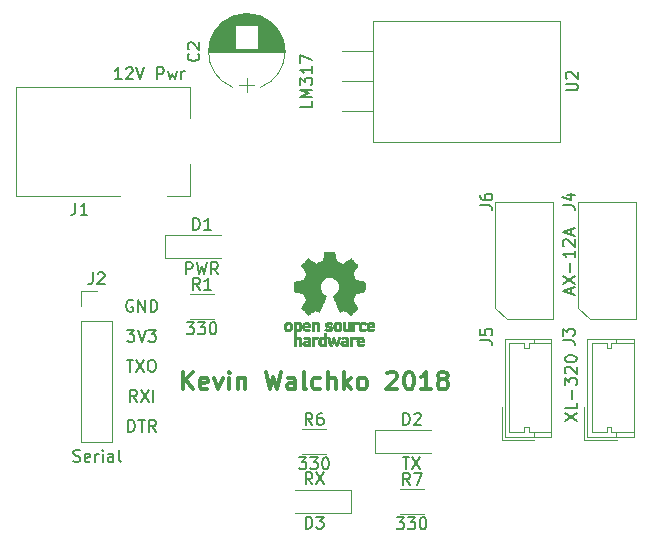
<source format=gbr>
G04 #@! TF.FileFunction,Legend,Top*
%FSLAX46Y46*%
G04 Gerber Fmt 4.6, Leading zero omitted, Abs format (unit mm)*
G04 Created by KiCad (PCBNEW 4.0.7) date Monday, March 05, 2018 'PMt' 09:34:27 PM*
%MOMM*%
%LPD*%
G01*
G04 APERTURE LIST*
%ADD10C,0.100000*%
%ADD11C,0.150000*%
%ADD12C,0.300000*%
%ADD13C,0.120000*%
%ADD14C,0.010000*%
G04 APERTURE END LIST*
D10*
D11*
X57023096Y-38870000D02*
X56927858Y-38822381D01*
X56785001Y-38822381D01*
X56642143Y-38870000D01*
X56546905Y-38965238D01*
X56499286Y-39060476D01*
X56451667Y-39250952D01*
X56451667Y-39393810D01*
X56499286Y-39584286D01*
X56546905Y-39679524D01*
X56642143Y-39774762D01*
X56785001Y-39822381D01*
X56880239Y-39822381D01*
X57023096Y-39774762D01*
X57070715Y-39727143D01*
X57070715Y-39393810D01*
X56880239Y-39393810D01*
X57499286Y-39822381D02*
X57499286Y-38822381D01*
X58070715Y-39822381D01*
X58070715Y-38822381D01*
X58546905Y-39822381D02*
X58546905Y-38822381D01*
X58785000Y-38822381D01*
X58927858Y-38870000D01*
X59023096Y-38965238D01*
X59070715Y-39060476D01*
X59118334Y-39250952D01*
X59118334Y-39393810D01*
X59070715Y-39584286D01*
X59023096Y-39679524D01*
X58927858Y-39774762D01*
X58785000Y-39822381D01*
X58546905Y-39822381D01*
X56642143Y-49982381D02*
X56642143Y-48982381D01*
X56880238Y-48982381D01*
X57023096Y-49030000D01*
X57118334Y-49125238D01*
X57165953Y-49220476D01*
X57213572Y-49410952D01*
X57213572Y-49553810D01*
X57165953Y-49744286D01*
X57118334Y-49839524D01*
X57023096Y-49934762D01*
X56880238Y-49982381D01*
X56642143Y-49982381D01*
X57499286Y-48982381D02*
X58070715Y-48982381D01*
X57785000Y-49982381D02*
X57785000Y-48982381D01*
X58975477Y-49982381D02*
X58642143Y-49506190D01*
X58404048Y-49982381D02*
X58404048Y-48982381D01*
X58785001Y-48982381D01*
X58880239Y-49030000D01*
X58927858Y-49077619D01*
X58975477Y-49172857D01*
X58975477Y-49315714D01*
X58927858Y-49410952D01*
X58880239Y-49458571D01*
X58785001Y-49506190D01*
X58404048Y-49506190D01*
X57380239Y-47442381D02*
X57046905Y-46966190D01*
X56808810Y-47442381D02*
X56808810Y-46442381D01*
X57189763Y-46442381D01*
X57285001Y-46490000D01*
X57332620Y-46537619D01*
X57380239Y-46632857D01*
X57380239Y-46775714D01*
X57332620Y-46870952D01*
X57285001Y-46918571D01*
X57189763Y-46966190D01*
X56808810Y-46966190D01*
X57713572Y-46442381D02*
X58380239Y-47442381D01*
X58380239Y-46442381D02*
X57713572Y-47442381D01*
X58761191Y-47442381D02*
X58761191Y-46442381D01*
X56546905Y-41362381D02*
X57165953Y-41362381D01*
X56832619Y-41743333D01*
X56975477Y-41743333D01*
X57070715Y-41790952D01*
X57118334Y-41838571D01*
X57165953Y-41933810D01*
X57165953Y-42171905D01*
X57118334Y-42267143D01*
X57070715Y-42314762D01*
X56975477Y-42362381D01*
X56689762Y-42362381D01*
X56594524Y-42314762D01*
X56546905Y-42267143D01*
X57451667Y-41362381D02*
X57785000Y-42362381D01*
X58118334Y-41362381D01*
X58356429Y-41362381D02*
X58975477Y-41362381D01*
X58642143Y-41743333D01*
X58785001Y-41743333D01*
X58880239Y-41790952D01*
X58927858Y-41838571D01*
X58975477Y-41933810D01*
X58975477Y-42171905D01*
X58927858Y-42267143D01*
X58880239Y-42314762D01*
X58785001Y-42362381D01*
X58499286Y-42362381D01*
X58404048Y-42314762D01*
X58356429Y-42267143D01*
X56499286Y-43902381D02*
X57070715Y-43902381D01*
X56785000Y-44902381D02*
X56785000Y-43902381D01*
X57308810Y-43902381D02*
X57975477Y-44902381D01*
X57975477Y-43902381D02*
X57308810Y-44902381D01*
X58546905Y-43902381D02*
X58737382Y-43902381D01*
X58832620Y-43950000D01*
X58927858Y-44045238D01*
X58975477Y-44235714D01*
X58975477Y-44569048D01*
X58927858Y-44759524D01*
X58832620Y-44854762D01*
X58737382Y-44902381D01*
X58546905Y-44902381D01*
X58451667Y-44854762D01*
X58356429Y-44759524D01*
X58308810Y-44569048D01*
X58308810Y-44235714D01*
X58356429Y-44045238D01*
X58451667Y-43950000D01*
X58546905Y-43902381D01*
D12*
X61275001Y-46398571D02*
X61275001Y-44898571D01*
X62132144Y-46398571D02*
X61489287Y-45541429D01*
X62132144Y-44898571D02*
X61275001Y-45755714D01*
X63346429Y-46327143D02*
X63203572Y-46398571D01*
X62917858Y-46398571D01*
X62775001Y-46327143D01*
X62703572Y-46184286D01*
X62703572Y-45612857D01*
X62775001Y-45470000D01*
X62917858Y-45398571D01*
X63203572Y-45398571D01*
X63346429Y-45470000D01*
X63417858Y-45612857D01*
X63417858Y-45755714D01*
X62703572Y-45898571D01*
X63917858Y-45398571D02*
X64275001Y-46398571D01*
X64632143Y-45398571D01*
X65203572Y-46398571D02*
X65203572Y-45398571D01*
X65203572Y-44898571D02*
X65132143Y-44970000D01*
X65203572Y-45041429D01*
X65275000Y-44970000D01*
X65203572Y-44898571D01*
X65203572Y-45041429D01*
X65917858Y-45398571D02*
X65917858Y-46398571D01*
X65917858Y-45541429D02*
X65989286Y-45470000D01*
X66132144Y-45398571D01*
X66346429Y-45398571D01*
X66489286Y-45470000D01*
X66560715Y-45612857D01*
X66560715Y-46398571D01*
X68275001Y-44898571D02*
X68632144Y-46398571D01*
X68917858Y-45327143D01*
X69203572Y-46398571D01*
X69560715Y-44898571D01*
X70775001Y-46398571D02*
X70775001Y-45612857D01*
X70703572Y-45470000D01*
X70560715Y-45398571D01*
X70275001Y-45398571D01*
X70132144Y-45470000D01*
X70775001Y-46327143D02*
X70632144Y-46398571D01*
X70275001Y-46398571D01*
X70132144Y-46327143D01*
X70060715Y-46184286D01*
X70060715Y-46041429D01*
X70132144Y-45898571D01*
X70275001Y-45827143D01*
X70632144Y-45827143D01*
X70775001Y-45755714D01*
X71703573Y-46398571D02*
X71560715Y-46327143D01*
X71489287Y-46184286D01*
X71489287Y-44898571D01*
X72917858Y-46327143D02*
X72775001Y-46398571D01*
X72489287Y-46398571D01*
X72346429Y-46327143D01*
X72275001Y-46255714D01*
X72203572Y-46112857D01*
X72203572Y-45684286D01*
X72275001Y-45541429D01*
X72346429Y-45470000D01*
X72489287Y-45398571D01*
X72775001Y-45398571D01*
X72917858Y-45470000D01*
X73560715Y-46398571D02*
X73560715Y-44898571D01*
X74203572Y-46398571D02*
X74203572Y-45612857D01*
X74132143Y-45470000D01*
X73989286Y-45398571D01*
X73775001Y-45398571D01*
X73632143Y-45470000D01*
X73560715Y-45541429D01*
X74917858Y-46398571D02*
X74917858Y-44898571D01*
X75060715Y-45827143D02*
X75489286Y-46398571D01*
X75489286Y-45398571D02*
X74917858Y-45970000D01*
X76346430Y-46398571D02*
X76203572Y-46327143D01*
X76132144Y-46255714D01*
X76060715Y-46112857D01*
X76060715Y-45684286D01*
X76132144Y-45541429D01*
X76203572Y-45470000D01*
X76346430Y-45398571D01*
X76560715Y-45398571D01*
X76703572Y-45470000D01*
X76775001Y-45541429D01*
X76846430Y-45684286D01*
X76846430Y-46112857D01*
X76775001Y-46255714D01*
X76703572Y-46327143D01*
X76560715Y-46398571D01*
X76346430Y-46398571D01*
X78560715Y-45041429D02*
X78632144Y-44970000D01*
X78775001Y-44898571D01*
X79132144Y-44898571D01*
X79275001Y-44970000D01*
X79346430Y-45041429D01*
X79417858Y-45184286D01*
X79417858Y-45327143D01*
X79346430Y-45541429D01*
X78489287Y-46398571D01*
X79417858Y-46398571D01*
X80346429Y-44898571D02*
X80489286Y-44898571D01*
X80632143Y-44970000D01*
X80703572Y-45041429D01*
X80775001Y-45184286D01*
X80846429Y-45470000D01*
X80846429Y-45827143D01*
X80775001Y-46112857D01*
X80703572Y-46255714D01*
X80632143Y-46327143D01*
X80489286Y-46398571D01*
X80346429Y-46398571D01*
X80203572Y-46327143D01*
X80132143Y-46255714D01*
X80060715Y-46112857D01*
X79989286Y-45827143D01*
X79989286Y-45470000D01*
X80060715Y-45184286D01*
X80132143Y-45041429D01*
X80203572Y-44970000D01*
X80346429Y-44898571D01*
X82275000Y-46398571D02*
X81417857Y-46398571D01*
X81846429Y-46398571D02*
X81846429Y-44898571D01*
X81703572Y-45112857D01*
X81560714Y-45255714D01*
X81417857Y-45327143D01*
X83132143Y-45541429D02*
X82989285Y-45470000D01*
X82917857Y-45398571D01*
X82846428Y-45255714D01*
X82846428Y-45184286D01*
X82917857Y-45041429D01*
X82989285Y-44970000D01*
X83132143Y-44898571D01*
X83417857Y-44898571D01*
X83560714Y-44970000D01*
X83632143Y-45041429D01*
X83703571Y-45184286D01*
X83703571Y-45255714D01*
X83632143Y-45398571D01*
X83560714Y-45470000D01*
X83417857Y-45541429D01*
X83132143Y-45541429D01*
X82989285Y-45612857D01*
X82917857Y-45684286D01*
X82846428Y-45827143D01*
X82846428Y-46112857D01*
X82917857Y-46255714D01*
X82989285Y-46327143D01*
X83132143Y-46398571D01*
X83417857Y-46398571D01*
X83560714Y-46327143D01*
X83632143Y-46255714D01*
X83703571Y-46112857D01*
X83703571Y-45827143D01*
X83632143Y-45684286D01*
X83560714Y-45612857D01*
X83417857Y-45541429D01*
D13*
X65495864Y-14782180D02*
G75*
G03X65495000Y-20817482I1179136J-3017820D01*
G01*
X67854136Y-14782180D02*
G75*
G02X67855000Y-20817482I-1179136J-3017820D01*
G01*
X67854136Y-14782180D02*
G75*
G03X65495000Y-14782518I-1179136J-3017820D01*
G01*
X63475000Y-17800000D02*
X69875000Y-17800000D01*
X63475000Y-17760000D02*
X69875000Y-17760000D01*
X63475000Y-17720000D02*
X69875000Y-17720000D01*
X63477000Y-17680000D02*
X69873000Y-17680000D01*
X63478000Y-17640000D02*
X69872000Y-17640000D01*
X63481000Y-17600000D02*
X69869000Y-17600000D01*
X63483000Y-17560000D02*
X69867000Y-17560000D01*
X63487000Y-17520000D02*
X65695000Y-17520000D01*
X67655000Y-17520000D02*
X69863000Y-17520000D01*
X63490000Y-17480000D02*
X65695000Y-17480000D01*
X67655000Y-17480000D02*
X69860000Y-17480000D01*
X63495000Y-17440000D02*
X65695000Y-17440000D01*
X67655000Y-17440000D02*
X69855000Y-17440000D01*
X63499000Y-17400000D02*
X65695000Y-17400000D01*
X67655000Y-17400000D02*
X69851000Y-17400000D01*
X63505000Y-17360000D02*
X65695000Y-17360000D01*
X67655000Y-17360000D02*
X69845000Y-17360000D01*
X63510000Y-17320000D02*
X65695000Y-17320000D01*
X67655000Y-17320000D02*
X69840000Y-17320000D01*
X63517000Y-17280000D02*
X65695000Y-17280000D01*
X67655000Y-17280000D02*
X69833000Y-17280000D01*
X63523000Y-17240000D02*
X65695000Y-17240000D01*
X67655000Y-17240000D02*
X69827000Y-17240000D01*
X63531000Y-17200000D02*
X65695000Y-17200000D01*
X67655000Y-17200000D02*
X69819000Y-17200000D01*
X63538000Y-17160000D02*
X65695000Y-17160000D01*
X67655000Y-17160000D02*
X69812000Y-17160000D01*
X63547000Y-17120000D02*
X65695000Y-17120000D01*
X67655000Y-17120000D02*
X69803000Y-17120000D01*
X63556000Y-17079000D02*
X65695000Y-17079000D01*
X67655000Y-17079000D02*
X69794000Y-17079000D01*
X63565000Y-17039000D02*
X65695000Y-17039000D01*
X67655000Y-17039000D02*
X69785000Y-17039000D01*
X63575000Y-16999000D02*
X65695000Y-16999000D01*
X67655000Y-16999000D02*
X69775000Y-16999000D01*
X63585000Y-16959000D02*
X65695000Y-16959000D01*
X67655000Y-16959000D02*
X69765000Y-16959000D01*
X63596000Y-16919000D02*
X65695000Y-16919000D01*
X67655000Y-16919000D02*
X69754000Y-16919000D01*
X63608000Y-16879000D02*
X65695000Y-16879000D01*
X67655000Y-16879000D02*
X69742000Y-16879000D01*
X63620000Y-16839000D02*
X65695000Y-16839000D01*
X67655000Y-16839000D02*
X69730000Y-16839000D01*
X63633000Y-16799000D02*
X65695000Y-16799000D01*
X67655000Y-16799000D02*
X69717000Y-16799000D01*
X63646000Y-16759000D02*
X65695000Y-16759000D01*
X67655000Y-16759000D02*
X69704000Y-16759000D01*
X63660000Y-16719000D02*
X65695000Y-16719000D01*
X67655000Y-16719000D02*
X69690000Y-16719000D01*
X63674000Y-16679000D02*
X65695000Y-16679000D01*
X67655000Y-16679000D02*
X69676000Y-16679000D01*
X63689000Y-16639000D02*
X65695000Y-16639000D01*
X67655000Y-16639000D02*
X69661000Y-16639000D01*
X63705000Y-16599000D02*
X65695000Y-16599000D01*
X67655000Y-16599000D02*
X69645000Y-16599000D01*
X63721000Y-16559000D02*
X65695000Y-16559000D01*
X67655000Y-16559000D02*
X69629000Y-16559000D01*
X63738000Y-16519000D02*
X65695000Y-16519000D01*
X67655000Y-16519000D02*
X69612000Y-16519000D01*
X63756000Y-16479000D02*
X65695000Y-16479000D01*
X67655000Y-16479000D02*
X69594000Y-16479000D01*
X63774000Y-16439000D02*
X65695000Y-16439000D01*
X67655000Y-16439000D02*
X69576000Y-16439000D01*
X63793000Y-16399000D02*
X65695000Y-16399000D01*
X67655000Y-16399000D02*
X69557000Y-16399000D01*
X63812000Y-16359000D02*
X65695000Y-16359000D01*
X67655000Y-16359000D02*
X69538000Y-16359000D01*
X63832000Y-16319000D02*
X65695000Y-16319000D01*
X67655000Y-16319000D02*
X69518000Y-16319000D01*
X63853000Y-16279000D02*
X65695000Y-16279000D01*
X67655000Y-16279000D02*
X69497000Y-16279000D01*
X63875000Y-16239000D02*
X65695000Y-16239000D01*
X67655000Y-16239000D02*
X69475000Y-16239000D01*
X63897000Y-16199000D02*
X65695000Y-16199000D01*
X67655000Y-16199000D02*
X69453000Y-16199000D01*
X63920000Y-16159000D02*
X65695000Y-16159000D01*
X67655000Y-16159000D02*
X69430000Y-16159000D01*
X63944000Y-16119000D02*
X65695000Y-16119000D01*
X67655000Y-16119000D02*
X69406000Y-16119000D01*
X63969000Y-16079000D02*
X65695000Y-16079000D01*
X67655000Y-16079000D02*
X69381000Y-16079000D01*
X63994000Y-16039000D02*
X65695000Y-16039000D01*
X67655000Y-16039000D02*
X69356000Y-16039000D01*
X64021000Y-15999000D02*
X65695000Y-15999000D01*
X67655000Y-15999000D02*
X69329000Y-15999000D01*
X64048000Y-15959000D02*
X65695000Y-15959000D01*
X67655000Y-15959000D02*
X69302000Y-15959000D01*
X64076000Y-15919000D02*
X65695000Y-15919000D01*
X67655000Y-15919000D02*
X69274000Y-15919000D01*
X64105000Y-15879000D02*
X65695000Y-15879000D01*
X67655000Y-15879000D02*
X69245000Y-15879000D01*
X64135000Y-15839000D02*
X65695000Y-15839000D01*
X67655000Y-15839000D02*
X69215000Y-15839000D01*
X64165000Y-15799000D02*
X65695000Y-15799000D01*
X67655000Y-15799000D02*
X69185000Y-15799000D01*
X64197000Y-15759000D02*
X65695000Y-15759000D01*
X67655000Y-15759000D02*
X69153000Y-15759000D01*
X64230000Y-15719000D02*
X65695000Y-15719000D01*
X67655000Y-15719000D02*
X69120000Y-15719000D01*
X64264000Y-15679000D02*
X65695000Y-15679000D01*
X67655000Y-15679000D02*
X69086000Y-15679000D01*
X64300000Y-15639000D02*
X65695000Y-15639000D01*
X67655000Y-15639000D02*
X69050000Y-15639000D01*
X64336000Y-15599000D02*
X65695000Y-15599000D01*
X67655000Y-15599000D02*
X69014000Y-15599000D01*
X64374000Y-15559000D02*
X68976000Y-15559000D01*
X64413000Y-15519000D02*
X68937000Y-15519000D01*
X64453000Y-15479000D02*
X68897000Y-15479000D01*
X64495000Y-15439000D02*
X68855000Y-15439000D01*
X64538000Y-15399000D02*
X68812000Y-15399000D01*
X64583000Y-15359000D02*
X68767000Y-15359000D01*
X64630000Y-15319000D02*
X68720000Y-15319000D01*
X64678000Y-15279000D02*
X68672000Y-15279000D01*
X64729000Y-15239000D02*
X68621000Y-15239000D01*
X64781000Y-15199000D02*
X68569000Y-15199000D01*
X64836000Y-15159000D02*
X68514000Y-15159000D01*
X64894000Y-15119000D02*
X68456000Y-15119000D01*
X64954000Y-15079000D02*
X68396000Y-15079000D01*
X65017000Y-15039000D02*
X68333000Y-15039000D01*
X65084000Y-14999000D02*
X68266000Y-14999000D01*
X65155000Y-14959000D02*
X68195000Y-14959000D01*
X65230000Y-14919000D02*
X68120000Y-14919000D01*
X65311000Y-14879000D02*
X68039000Y-14879000D01*
X65397000Y-14839000D02*
X67953000Y-14839000D01*
X65491000Y-14799000D02*
X67859000Y-14799000D01*
X65594000Y-14759000D02*
X67756000Y-14759000D01*
X65709000Y-14719000D02*
X67641000Y-14719000D01*
X65841000Y-14679000D02*
X67509000Y-14679000D01*
X65999000Y-14639000D02*
X67351000Y-14639000D01*
X66207000Y-14599000D02*
X67143000Y-14599000D01*
X66675000Y-21250000D02*
X66675000Y-20050000D01*
X66025000Y-20650000D02*
X67325000Y-20650000D01*
X59765000Y-33340000D02*
X59765000Y-35240000D01*
X59765000Y-35240000D02*
X64465000Y-35240000D01*
X59765000Y-33340000D02*
X64465000Y-33340000D01*
X77545000Y-49850000D02*
X77545000Y-51750000D01*
X77545000Y-51750000D02*
X82245000Y-51750000D01*
X77545000Y-49850000D02*
X82245000Y-49850000D01*
X55960000Y-30000000D02*
X47160000Y-30000000D01*
X47160000Y-30000000D02*
X47160000Y-20800000D01*
X61860000Y-27300000D02*
X61860000Y-30000000D01*
X61860000Y-30000000D02*
X59960000Y-30000000D01*
X47160000Y-20800000D02*
X61860000Y-20800000D01*
X61860000Y-20800000D02*
X61860000Y-23400000D01*
X63865000Y-40440000D02*
X61865000Y-40440000D01*
X61865000Y-38300000D02*
X63865000Y-38300000D01*
X77350000Y-15200000D02*
X77350000Y-25440000D01*
X93240000Y-15200000D02*
X93240000Y-25440000D01*
X93240000Y-15200000D02*
X77350000Y-15200000D01*
X93240000Y-25440000D02*
X77350000Y-25440000D01*
X77350000Y-17780000D02*
X74710000Y-17780000D01*
X77350000Y-20320000D02*
X74726000Y-20320000D01*
X77350000Y-22860000D02*
X74726000Y-22860000D01*
X95505000Y-50410000D02*
X99455000Y-50410000D01*
X99455000Y-50410000D02*
X99455000Y-42110000D01*
X99455000Y-42110000D02*
X95505000Y-42110000D01*
X95505000Y-42110000D02*
X95505000Y-50410000D01*
X95255000Y-47910000D02*
X95255000Y-50660000D01*
X95255000Y-50660000D02*
X98005000Y-50660000D01*
X97955000Y-50410000D02*
X97955000Y-50010000D01*
X97955000Y-42110000D02*
X97955000Y-42510000D01*
X95905000Y-46260000D02*
X95905000Y-50010000D01*
X95905000Y-50010000D02*
X97155000Y-50010000D01*
X97155000Y-50010000D02*
X97155000Y-49610000D01*
X97155000Y-49610000D02*
X97555000Y-49610000D01*
X97555000Y-49610000D02*
X97555000Y-50010000D01*
X97555000Y-50010000D02*
X99455000Y-50010000D01*
X95905000Y-46260000D02*
X95905000Y-42510000D01*
X95905000Y-42510000D02*
X97155000Y-42510000D01*
X97155000Y-42510000D02*
X97155000Y-42910000D01*
X97155000Y-42910000D02*
X97555000Y-42910000D01*
X97555000Y-42910000D02*
X97555000Y-42510000D01*
X97555000Y-42510000D02*
X99455000Y-42510000D01*
X94720000Y-39470000D02*
X95720000Y-40470000D01*
X99620000Y-30570000D02*
X94720000Y-30570000D01*
X94720000Y-30570000D02*
X94720000Y-39470000D01*
X95720000Y-40470000D02*
X99620000Y-40470000D01*
X99620000Y-40470000D02*
X99620000Y-30570000D01*
X75490000Y-56830000D02*
X75490000Y-54930000D01*
X75490000Y-54930000D02*
X70790000Y-54930000D01*
X75490000Y-56830000D02*
X70790000Y-56830000D01*
X73390000Y-51870000D02*
X71390000Y-51870000D01*
X71390000Y-49730000D02*
X73390000Y-49730000D01*
X52645000Y-50860000D02*
X55305000Y-50860000D01*
X52645000Y-40640000D02*
X52645000Y-50860000D01*
X55305000Y-40640000D02*
X55305000Y-50860000D01*
X52645000Y-40640000D02*
X55305000Y-40640000D01*
X52645000Y-39370000D02*
X52645000Y-38040000D01*
X52645000Y-38040000D02*
X53975000Y-38040000D01*
X81645000Y-56950000D02*
X79645000Y-56950000D01*
X79645000Y-54810000D02*
X81645000Y-54810000D01*
D14*
G36*
X71123360Y-40687468D02*
X71158592Y-40704874D01*
X71202040Y-40735206D01*
X71233706Y-40768283D01*
X71255394Y-40809817D01*
X71268903Y-40865522D01*
X71276038Y-40941111D01*
X71278600Y-41042296D01*
X71278750Y-41085797D01*
X71278312Y-41181135D01*
X71276496Y-41249271D01*
X71272545Y-41296418D01*
X71265702Y-41328790D01*
X71255211Y-41352600D01*
X71244296Y-41368843D01*
X71174619Y-41437952D01*
X71092566Y-41479521D01*
X71004050Y-41492023D01*
X70914981Y-41473934D01*
X70886763Y-41461142D01*
X70819210Y-41425931D01*
X70819210Y-41977700D01*
X70868512Y-41952205D01*
X70933473Y-41932480D01*
X71013320Y-41927427D01*
X71093052Y-41936756D01*
X71153265Y-41957714D01*
X71203208Y-41997627D01*
X71245881Y-42054741D01*
X71249090Y-42060605D01*
X71262622Y-42088227D01*
X71272505Y-42116068D01*
X71279309Y-42149794D01*
X71283601Y-42195071D01*
X71285951Y-42257562D01*
X71286928Y-42342935D01*
X71287105Y-42439010D01*
X71287105Y-42745526D01*
X71103289Y-42745526D01*
X71103289Y-42180339D01*
X71051875Y-42137077D01*
X70998466Y-42102472D01*
X70947888Y-42096180D01*
X70897030Y-42112372D01*
X70869925Y-42128227D01*
X70849751Y-42150810D01*
X70835403Y-42184940D01*
X70825776Y-42235434D01*
X70819763Y-42307111D01*
X70816260Y-42404788D01*
X70815026Y-42469802D01*
X70810855Y-42737171D01*
X70723125Y-42742222D01*
X70635394Y-42747273D01*
X70635394Y-41088101D01*
X70819210Y-41088101D01*
X70823896Y-41180600D01*
X70839688Y-41244809D01*
X70869183Y-41284759D01*
X70914980Y-41304480D01*
X70961250Y-41308421D01*
X71013628Y-41303892D01*
X71048390Y-41286069D01*
X71070128Y-41262519D01*
X71087240Y-41237189D01*
X71097427Y-41208969D01*
X71101960Y-41169431D01*
X71102109Y-41110142D01*
X71100584Y-41060498D01*
X71097081Y-40985710D01*
X71091867Y-40936611D01*
X71083087Y-40905467D01*
X71068886Y-40884545D01*
X71055484Y-40872452D01*
X70999487Y-40846081D01*
X70933211Y-40841822D01*
X70895156Y-40850906D01*
X70857477Y-40883196D01*
X70832519Y-40946006D01*
X70820422Y-41038894D01*
X70819210Y-41088101D01*
X70635394Y-41088101D01*
X70635394Y-40673421D01*
X70727302Y-40673421D01*
X70782483Y-40675603D01*
X70810952Y-40683351D01*
X70819206Y-40698468D01*
X70819210Y-40698916D01*
X70823040Y-40713720D01*
X70839933Y-40712039D01*
X70873519Y-40695772D01*
X70951778Y-40670887D01*
X71039827Y-40668271D01*
X71123360Y-40687468D01*
X71123360Y-40687468D01*
G37*
X71123360Y-40687468D02*
X71158592Y-40704874D01*
X71202040Y-40735206D01*
X71233706Y-40768283D01*
X71255394Y-40809817D01*
X71268903Y-40865522D01*
X71276038Y-40941111D01*
X71278600Y-41042296D01*
X71278750Y-41085797D01*
X71278312Y-41181135D01*
X71276496Y-41249271D01*
X71272545Y-41296418D01*
X71265702Y-41328790D01*
X71255211Y-41352600D01*
X71244296Y-41368843D01*
X71174619Y-41437952D01*
X71092566Y-41479521D01*
X71004050Y-41492023D01*
X70914981Y-41473934D01*
X70886763Y-41461142D01*
X70819210Y-41425931D01*
X70819210Y-41977700D01*
X70868512Y-41952205D01*
X70933473Y-41932480D01*
X71013320Y-41927427D01*
X71093052Y-41936756D01*
X71153265Y-41957714D01*
X71203208Y-41997627D01*
X71245881Y-42054741D01*
X71249090Y-42060605D01*
X71262622Y-42088227D01*
X71272505Y-42116068D01*
X71279309Y-42149794D01*
X71283601Y-42195071D01*
X71285951Y-42257562D01*
X71286928Y-42342935D01*
X71287105Y-42439010D01*
X71287105Y-42745526D01*
X71103289Y-42745526D01*
X71103289Y-42180339D01*
X71051875Y-42137077D01*
X70998466Y-42102472D01*
X70947888Y-42096180D01*
X70897030Y-42112372D01*
X70869925Y-42128227D01*
X70849751Y-42150810D01*
X70835403Y-42184940D01*
X70825776Y-42235434D01*
X70819763Y-42307111D01*
X70816260Y-42404788D01*
X70815026Y-42469802D01*
X70810855Y-42737171D01*
X70723125Y-42742222D01*
X70635394Y-42747273D01*
X70635394Y-41088101D01*
X70819210Y-41088101D01*
X70823896Y-41180600D01*
X70839688Y-41244809D01*
X70869183Y-41284759D01*
X70914980Y-41304480D01*
X70961250Y-41308421D01*
X71013628Y-41303892D01*
X71048390Y-41286069D01*
X71070128Y-41262519D01*
X71087240Y-41237189D01*
X71097427Y-41208969D01*
X71101960Y-41169431D01*
X71102109Y-41110142D01*
X71100584Y-41060498D01*
X71097081Y-40985710D01*
X71091867Y-40936611D01*
X71083087Y-40905467D01*
X71068886Y-40884545D01*
X71055484Y-40872452D01*
X70999487Y-40846081D01*
X70933211Y-40841822D01*
X70895156Y-40850906D01*
X70857477Y-40883196D01*
X70832519Y-40946006D01*
X70820422Y-41038894D01*
X70819210Y-41088101D01*
X70635394Y-41088101D01*
X70635394Y-40673421D01*
X70727302Y-40673421D01*
X70782483Y-40675603D01*
X70810952Y-40683351D01*
X70819206Y-40698468D01*
X70819210Y-40698916D01*
X70823040Y-40713720D01*
X70839933Y-40712039D01*
X70873519Y-40695772D01*
X70951778Y-40670887D01*
X71039827Y-40668271D01*
X71123360Y-40687468D01*
G36*
X71820457Y-41933184D02*
X71899070Y-41954160D01*
X71958916Y-41992180D01*
X72001147Y-42041978D01*
X72014275Y-42063230D01*
X72023968Y-42085492D01*
X72030744Y-42113970D01*
X72035123Y-42153871D01*
X72037624Y-42210401D01*
X72038768Y-42288767D01*
X72039072Y-42394176D01*
X72039078Y-42422142D01*
X72039078Y-42745526D01*
X71958868Y-42745526D01*
X71907706Y-42741943D01*
X71869877Y-42732866D01*
X71860399Y-42727268D01*
X71834488Y-42717606D01*
X71808024Y-42727268D01*
X71764452Y-42739330D01*
X71701160Y-42744185D01*
X71631010Y-42742078D01*
X71566860Y-42733256D01*
X71529407Y-42721937D01*
X71456933Y-42675412D01*
X71411640Y-42610846D01*
X71391278Y-42525000D01*
X71391088Y-42522796D01*
X71392875Y-42484713D01*
X71554473Y-42484713D01*
X71568601Y-42528030D01*
X71591612Y-42552408D01*
X71637804Y-42570845D01*
X71698775Y-42578205D01*
X71760949Y-42574583D01*
X71810751Y-42560074D01*
X71824703Y-42550765D01*
X71849085Y-42507753D01*
X71855263Y-42458857D01*
X71855263Y-42394605D01*
X71762818Y-42394605D01*
X71674995Y-42401366D01*
X71608418Y-42420520D01*
X71567002Y-42450376D01*
X71554473Y-42484713D01*
X71392875Y-42484713D01*
X71395490Y-42429004D01*
X71426424Y-42354847D01*
X71484581Y-42298767D01*
X71492620Y-42293665D01*
X71527163Y-42277055D01*
X71569918Y-42266996D01*
X71629686Y-42262107D01*
X71700690Y-42260983D01*
X71855263Y-42260921D01*
X71855263Y-42196125D01*
X71848706Y-42145850D01*
X71831975Y-42112169D01*
X71830016Y-42110376D01*
X71792783Y-42095642D01*
X71736580Y-42089931D01*
X71674467Y-42092737D01*
X71619510Y-42103556D01*
X71586899Y-42119782D01*
X71569228Y-42132780D01*
X71550569Y-42135262D01*
X71524819Y-42124613D01*
X71485873Y-42098218D01*
X71427630Y-42053465D01*
X71422284Y-42049273D01*
X71425023Y-42033760D01*
X71447876Y-42007960D01*
X71482609Y-41979289D01*
X71520990Y-41955166D01*
X71533048Y-41949470D01*
X71577034Y-41938103D01*
X71641487Y-41929995D01*
X71713497Y-41926743D01*
X71716864Y-41926736D01*
X71820457Y-41933184D01*
X71820457Y-41933184D01*
G37*
X71820457Y-41933184D02*
X71899070Y-41954160D01*
X71958916Y-41992180D01*
X72001147Y-42041978D01*
X72014275Y-42063230D01*
X72023968Y-42085492D01*
X72030744Y-42113970D01*
X72035123Y-42153871D01*
X72037624Y-42210401D01*
X72038768Y-42288767D01*
X72039072Y-42394176D01*
X72039078Y-42422142D01*
X72039078Y-42745526D01*
X71958868Y-42745526D01*
X71907706Y-42741943D01*
X71869877Y-42732866D01*
X71860399Y-42727268D01*
X71834488Y-42717606D01*
X71808024Y-42727268D01*
X71764452Y-42739330D01*
X71701160Y-42744185D01*
X71631010Y-42742078D01*
X71566860Y-42733256D01*
X71529407Y-42721937D01*
X71456933Y-42675412D01*
X71411640Y-42610846D01*
X71391278Y-42525000D01*
X71391088Y-42522796D01*
X71392875Y-42484713D01*
X71554473Y-42484713D01*
X71568601Y-42528030D01*
X71591612Y-42552408D01*
X71637804Y-42570845D01*
X71698775Y-42578205D01*
X71760949Y-42574583D01*
X71810751Y-42560074D01*
X71824703Y-42550765D01*
X71849085Y-42507753D01*
X71855263Y-42458857D01*
X71855263Y-42394605D01*
X71762818Y-42394605D01*
X71674995Y-42401366D01*
X71608418Y-42420520D01*
X71567002Y-42450376D01*
X71554473Y-42484713D01*
X71392875Y-42484713D01*
X71395490Y-42429004D01*
X71426424Y-42354847D01*
X71484581Y-42298767D01*
X71492620Y-42293665D01*
X71527163Y-42277055D01*
X71569918Y-42266996D01*
X71629686Y-42262107D01*
X71700690Y-42260983D01*
X71855263Y-42260921D01*
X71855263Y-42196125D01*
X71848706Y-42145850D01*
X71831975Y-42112169D01*
X71830016Y-42110376D01*
X71792783Y-42095642D01*
X71736580Y-42089931D01*
X71674467Y-42092737D01*
X71619510Y-42103556D01*
X71586899Y-42119782D01*
X71569228Y-42132780D01*
X71550569Y-42135262D01*
X71524819Y-42124613D01*
X71485873Y-42098218D01*
X71427630Y-42053465D01*
X71422284Y-42049273D01*
X71425023Y-42033760D01*
X71447876Y-42007960D01*
X71482609Y-41979289D01*
X71520990Y-41955166D01*
X71533048Y-41949470D01*
X71577034Y-41938103D01*
X71641487Y-41929995D01*
X71713497Y-41926743D01*
X71716864Y-41926736D01*
X71820457Y-41933184D01*
G36*
X72339881Y-41928486D02*
X72364888Y-41935982D01*
X72372950Y-41952451D01*
X72373289Y-41959886D01*
X72374736Y-41980594D01*
X72384698Y-41983845D01*
X72411612Y-41969648D01*
X72427598Y-41959948D01*
X72478033Y-41939175D01*
X72538272Y-41928904D01*
X72601434Y-41928114D01*
X72660637Y-41935786D01*
X72709002Y-41950898D01*
X72739646Y-41972432D01*
X72745689Y-41999366D01*
X72742639Y-42006660D01*
X72720406Y-42036937D01*
X72685930Y-42074175D01*
X72679694Y-42080195D01*
X72646833Y-42107875D01*
X72618480Y-42116818D01*
X72578827Y-42110576D01*
X72562942Y-42106429D01*
X72513509Y-42096467D01*
X72478752Y-42100947D01*
X72449400Y-42116746D01*
X72422513Y-42137949D01*
X72402710Y-42164614D01*
X72388948Y-42201827D01*
X72380184Y-42254673D01*
X72375374Y-42328237D01*
X72373474Y-42427605D01*
X72373289Y-42487601D01*
X72373289Y-42745526D01*
X72206184Y-42745526D01*
X72206184Y-41926710D01*
X72289736Y-41926710D01*
X72339881Y-41928486D01*
X72339881Y-41928486D01*
G37*
X72339881Y-41928486D02*
X72364888Y-41935982D01*
X72372950Y-41952451D01*
X72373289Y-41959886D01*
X72374736Y-41980594D01*
X72384698Y-41983845D01*
X72411612Y-41969648D01*
X72427598Y-41959948D01*
X72478033Y-41939175D01*
X72538272Y-41928904D01*
X72601434Y-41928114D01*
X72660637Y-41935786D01*
X72709002Y-41950898D01*
X72739646Y-41972432D01*
X72745689Y-41999366D01*
X72742639Y-42006660D01*
X72720406Y-42036937D01*
X72685930Y-42074175D01*
X72679694Y-42080195D01*
X72646833Y-42107875D01*
X72618480Y-42116818D01*
X72578827Y-42110576D01*
X72562942Y-42106429D01*
X72513509Y-42096467D01*
X72478752Y-42100947D01*
X72449400Y-42116746D01*
X72422513Y-42137949D01*
X72402710Y-42164614D01*
X72388948Y-42201827D01*
X72380184Y-42254673D01*
X72375374Y-42328237D01*
X72373474Y-42427605D01*
X72373289Y-42487601D01*
X72373289Y-42745526D01*
X72206184Y-42745526D01*
X72206184Y-41926710D01*
X72289736Y-41926710D01*
X72339881Y-41928486D01*
G36*
X73392631Y-42745526D02*
X73300723Y-42745526D01*
X73247377Y-42743962D01*
X73219593Y-42737485D01*
X73209590Y-42723418D01*
X73208815Y-42713906D01*
X73207128Y-42694832D01*
X73196490Y-42691174D01*
X73168535Y-42702932D01*
X73146795Y-42713906D01*
X73063332Y-42739911D01*
X72972604Y-42741416D01*
X72898842Y-42722021D01*
X72830154Y-42675165D01*
X72777794Y-42606004D01*
X72749122Y-42524427D01*
X72748392Y-42519866D01*
X72744132Y-42470101D01*
X72742014Y-42398659D01*
X72742184Y-42344626D01*
X72924720Y-42344626D01*
X72928949Y-42416441D01*
X72938568Y-42475634D01*
X72951590Y-42509060D01*
X73000856Y-42554740D01*
X73059350Y-42571115D01*
X73119671Y-42557873D01*
X73171217Y-42518373D01*
X73190738Y-42491807D01*
X73202152Y-42460106D01*
X73207498Y-42413832D01*
X73208815Y-42344328D01*
X73206458Y-42275499D01*
X73200233Y-42215026D01*
X73191408Y-42174556D01*
X73189937Y-42170929D01*
X73154347Y-42127802D01*
X73102400Y-42104124D01*
X73044278Y-42100301D01*
X72990160Y-42116738D01*
X72950226Y-42153840D01*
X72946083Y-42161222D01*
X72933116Y-42206239D01*
X72926052Y-42270967D01*
X72924720Y-42344626D01*
X72742184Y-42344626D01*
X72742271Y-42317230D01*
X72743472Y-42273405D01*
X72751645Y-42164988D01*
X72768630Y-42083588D01*
X72796887Y-42023412D01*
X72838872Y-41978666D01*
X72879632Y-41952400D01*
X72936581Y-41933935D01*
X73007411Y-41927602D01*
X73079941Y-41932760D01*
X73141986Y-41948769D01*
X73174768Y-41967920D01*
X73208815Y-41998732D01*
X73208815Y-41609210D01*
X73392631Y-41609210D01*
X73392631Y-42745526D01*
X73392631Y-42745526D01*
G37*
X73392631Y-42745526D02*
X73300723Y-42745526D01*
X73247377Y-42743962D01*
X73219593Y-42737485D01*
X73209590Y-42723418D01*
X73208815Y-42713906D01*
X73207128Y-42694832D01*
X73196490Y-42691174D01*
X73168535Y-42702932D01*
X73146795Y-42713906D01*
X73063332Y-42739911D01*
X72972604Y-42741416D01*
X72898842Y-42722021D01*
X72830154Y-42675165D01*
X72777794Y-42606004D01*
X72749122Y-42524427D01*
X72748392Y-42519866D01*
X72744132Y-42470101D01*
X72742014Y-42398659D01*
X72742184Y-42344626D01*
X72924720Y-42344626D01*
X72928949Y-42416441D01*
X72938568Y-42475634D01*
X72951590Y-42509060D01*
X73000856Y-42554740D01*
X73059350Y-42571115D01*
X73119671Y-42557873D01*
X73171217Y-42518373D01*
X73190738Y-42491807D01*
X73202152Y-42460106D01*
X73207498Y-42413832D01*
X73208815Y-42344328D01*
X73206458Y-42275499D01*
X73200233Y-42215026D01*
X73191408Y-42174556D01*
X73189937Y-42170929D01*
X73154347Y-42127802D01*
X73102400Y-42104124D01*
X73044278Y-42100301D01*
X72990160Y-42116738D01*
X72950226Y-42153840D01*
X72946083Y-42161222D01*
X72933116Y-42206239D01*
X72926052Y-42270967D01*
X72924720Y-42344626D01*
X72742184Y-42344626D01*
X72742271Y-42317230D01*
X72743472Y-42273405D01*
X72751645Y-42164988D01*
X72768630Y-42083588D01*
X72796887Y-42023412D01*
X72838872Y-41978666D01*
X72879632Y-41952400D01*
X72936581Y-41933935D01*
X73007411Y-41927602D01*
X73079941Y-41932760D01*
X73141986Y-41948769D01*
X73174768Y-41967920D01*
X73208815Y-41998732D01*
X73208815Y-41609210D01*
X73392631Y-41609210D01*
X73392631Y-42745526D01*
G36*
X74034130Y-41930104D02*
X74100220Y-41935066D01*
X74186626Y-42194079D01*
X74273031Y-42453092D01*
X74300124Y-42361184D01*
X74316428Y-42304384D01*
X74337875Y-42227625D01*
X74361035Y-42143251D01*
X74373280Y-42097993D01*
X74419344Y-41926710D01*
X74609387Y-41926710D01*
X74552582Y-42106349D01*
X74524607Y-42194704D01*
X74490813Y-42301281D01*
X74455520Y-42412454D01*
X74424013Y-42511579D01*
X74352250Y-42737171D01*
X74197286Y-42747253D01*
X74155270Y-42608528D01*
X74129359Y-42522351D01*
X74101083Y-42427347D01*
X74076369Y-42343441D01*
X74075394Y-42340102D01*
X74056935Y-42283248D01*
X74040649Y-42244456D01*
X74029242Y-42229787D01*
X74026898Y-42231483D01*
X74018671Y-42254225D01*
X74003038Y-42302940D01*
X73981904Y-42371502D01*
X73957170Y-42453785D01*
X73943787Y-42499046D01*
X73871311Y-42745526D01*
X73717495Y-42745526D01*
X73594531Y-42357006D01*
X73559988Y-42248022D01*
X73528521Y-42149048D01*
X73501616Y-42064736D01*
X73480759Y-41999734D01*
X73467438Y-41958692D01*
X73463388Y-41946701D01*
X73466594Y-41934423D01*
X73491765Y-41929046D01*
X73544146Y-41929584D01*
X73552345Y-41929990D01*
X73649482Y-41935066D01*
X73713100Y-42169013D01*
X73736484Y-42254333D01*
X73757381Y-42329335D01*
X73773951Y-42387507D01*
X73784354Y-42422337D01*
X73786276Y-42428016D01*
X73794241Y-42421486D01*
X73810304Y-42387654D01*
X73832621Y-42331127D01*
X73859345Y-42256510D01*
X73881937Y-42189107D01*
X73968041Y-41925143D01*
X74034130Y-41930104D01*
X74034130Y-41930104D01*
G37*
X74034130Y-41930104D02*
X74100220Y-41935066D01*
X74186626Y-42194079D01*
X74273031Y-42453092D01*
X74300124Y-42361184D01*
X74316428Y-42304384D01*
X74337875Y-42227625D01*
X74361035Y-42143251D01*
X74373280Y-42097993D01*
X74419344Y-41926710D01*
X74609387Y-41926710D01*
X74552582Y-42106349D01*
X74524607Y-42194704D01*
X74490813Y-42301281D01*
X74455520Y-42412454D01*
X74424013Y-42511579D01*
X74352250Y-42737171D01*
X74197286Y-42747253D01*
X74155270Y-42608528D01*
X74129359Y-42522351D01*
X74101083Y-42427347D01*
X74076369Y-42343441D01*
X74075394Y-42340102D01*
X74056935Y-42283248D01*
X74040649Y-42244456D01*
X74029242Y-42229787D01*
X74026898Y-42231483D01*
X74018671Y-42254225D01*
X74003038Y-42302940D01*
X73981904Y-42371502D01*
X73957170Y-42453785D01*
X73943787Y-42499046D01*
X73871311Y-42745526D01*
X73717495Y-42745526D01*
X73594531Y-42357006D01*
X73559988Y-42248022D01*
X73528521Y-42149048D01*
X73501616Y-42064736D01*
X73480759Y-41999734D01*
X73467438Y-41958692D01*
X73463388Y-41946701D01*
X73466594Y-41934423D01*
X73491765Y-41929046D01*
X73544146Y-41929584D01*
X73552345Y-41929990D01*
X73649482Y-41935066D01*
X73713100Y-42169013D01*
X73736484Y-42254333D01*
X73757381Y-42329335D01*
X73773951Y-42387507D01*
X73784354Y-42422337D01*
X73786276Y-42428016D01*
X73794241Y-42421486D01*
X73810304Y-42387654D01*
X73832621Y-42331127D01*
X73859345Y-42256510D01*
X73881937Y-42189107D01*
X73968041Y-41925143D01*
X74034130Y-41930104D01*
G36*
X75039992Y-41931673D02*
X75110427Y-41948780D01*
X75130787Y-41957844D01*
X75170253Y-41981583D01*
X75200541Y-42008321D01*
X75222952Y-42042699D01*
X75238786Y-42089360D01*
X75249343Y-42152946D01*
X75255924Y-42238099D01*
X75259828Y-42349462D01*
X75261310Y-42423849D01*
X75266765Y-42745526D01*
X75173580Y-42745526D01*
X75117047Y-42743156D01*
X75087922Y-42735055D01*
X75080394Y-42721451D01*
X75076420Y-42706741D01*
X75058652Y-42709554D01*
X75034440Y-42721348D01*
X74973828Y-42739427D01*
X74895929Y-42744299D01*
X74813995Y-42736330D01*
X74741281Y-42715889D01*
X74734759Y-42713051D01*
X74668302Y-42666365D01*
X74624491Y-42601464D01*
X74604332Y-42525600D01*
X74605872Y-42498344D01*
X74770345Y-42498344D01*
X74784837Y-42535024D01*
X74827805Y-42561309D01*
X74897129Y-42575417D01*
X74934177Y-42577290D01*
X74995919Y-42572494D01*
X75036960Y-42553858D01*
X75046973Y-42545000D01*
X75074100Y-42496806D01*
X75080394Y-42453092D01*
X75080394Y-42394605D01*
X74998930Y-42394605D01*
X74904234Y-42399432D01*
X74837813Y-42414613D01*
X74795846Y-42441200D01*
X74786449Y-42453052D01*
X74770345Y-42498344D01*
X74605872Y-42498344D01*
X74608829Y-42446026D01*
X74638985Y-42369995D01*
X74680131Y-42318612D01*
X74705052Y-42296397D01*
X74729448Y-42281798D01*
X74761191Y-42272897D01*
X74808152Y-42267775D01*
X74878204Y-42264515D01*
X74905990Y-42263577D01*
X75080394Y-42257879D01*
X75080138Y-42205091D01*
X75073384Y-42149603D01*
X75048964Y-42116052D01*
X74999630Y-42094618D01*
X74998306Y-42094236D01*
X74928360Y-42085808D01*
X74859914Y-42096816D01*
X74809047Y-42123585D01*
X74788637Y-42136803D01*
X74766654Y-42134974D01*
X74732826Y-42115824D01*
X74712961Y-42102308D01*
X74674106Y-42073432D01*
X74650038Y-42051786D01*
X74646176Y-42045589D01*
X74662079Y-42013519D01*
X74709065Y-41975219D01*
X74729473Y-41962297D01*
X74788143Y-41940041D01*
X74867212Y-41927432D01*
X74955041Y-41924600D01*
X75039992Y-41931673D01*
X75039992Y-41931673D01*
G37*
X75039992Y-41931673D02*
X75110427Y-41948780D01*
X75130787Y-41957844D01*
X75170253Y-41981583D01*
X75200541Y-42008321D01*
X75222952Y-42042699D01*
X75238786Y-42089360D01*
X75249343Y-42152946D01*
X75255924Y-42238099D01*
X75259828Y-42349462D01*
X75261310Y-42423849D01*
X75266765Y-42745526D01*
X75173580Y-42745526D01*
X75117047Y-42743156D01*
X75087922Y-42735055D01*
X75080394Y-42721451D01*
X75076420Y-42706741D01*
X75058652Y-42709554D01*
X75034440Y-42721348D01*
X74973828Y-42739427D01*
X74895929Y-42744299D01*
X74813995Y-42736330D01*
X74741281Y-42715889D01*
X74734759Y-42713051D01*
X74668302Y-42666365D01*
X74624491Y-42601464D01*
X74604332Y-42525600D01*
X74605872Y-42498344D01*
X74770345Y-42498344D01*
X74784837Y-42535024D01*
X74827805Y-42561309D01*
X74897129Y-42575417D01*
X74934177Y-42577290D01*
X74995919Y-42572494D01*
X75036960Y-42553858D01*
X75046973Y-42545000D01*
X75074100Y-42496806D01*
X75080394Y-42453092D01*
X75080394Y-42394605D01*
X74998930Y-42394605D01*
X74904234Y-42399432D01*
X74837813Y-42414613D01*
X74795846Y-42441200D01*
X74786449Y-42453052D01*
X74770345Y-42498344D01*
X74605872Y-42498344D01*
X74608829Y-42446026D01*
X74638985Y-42369995D01*
X74680131Y-42318612D01*
X74705052Y-42296397D01*
X74729448Y-42281798D01*
X74761191Y-42272897D01*
X74808152Y-42267775D01*
X74878204Y-42264515D01*
X74905990Y-42263577D01*
X75080394Y-42257879D01*
X75080138Y-42205091D01*
X75073384Y-42149603D01*
X75048964Y-42116052D01*
X74999630Y-42094618D01*
X74998306Y-42094236D01*
X74928360Y-42085808D01*
X74859914Y-42096816D01*
X74809047Y-42123585D01*
X74788637Y-42136803D01*
X74766654Y-42134974D01*
X74732826Y-42115824D01*
X74712961Y-42102308D01*
X74674106Y-42073432D01*
X74650038Y-42051786D01*
X74646176Y-42045589D01*
X74662079Y-42013519D01*
X74709065Y-41975219D01*
X74729473Y-41962297D01*
X74788143Y-41940041D01*
X74867212Y-41927432D01*
X74955041Y-41924600D01*
X75039992Y-41931673D01*
G36*
X75833167Y-41926447D02*
X75897408Y-41939112D01*
X75933980Y-41957864D01*
X75972453Y-41989017D01*
X75917717Y-42058127D01*
X75883969Y-42099979D01*
X75861053Y-42120398D01*
X75838279Y-42123517D01*
X75804956Y-42113472D01*
X75789314Y-42107789D01*
X75725542Y-42099404D01*
X75667140Y-42117378D01*
X75624264Y-42157982D01*
X75617299Y-42170929D01*
X75609713Y-42205224D01*
X75603859Y-42268427D01*
X75600011Y-42356060D01*
X75598443Y-42463640D01*
X75598421Y-42478944D01*
X75598421Y-42745526D01*
X75414605Y-42745526D01*
X75414605Y-41926710D01*
X75506513Y-41926710D01*
X75559507Y-41928094D01*
X75587115Y-41934252D01*
X75597324Y-41948194D01*
X75598421Y-41961344D01*
X75598421Y-41995978D01*
X75642450Y-41961344D01*
X75692937Y-41937716D01*
X75760760Y-41926033D01*
X75833167Y-41926447D01*
X75833167Y-41926447D01*
G37*
X75833167Y-41926447D02*
X75897408Y-41939112D01*
X75933980Y-41957864D01*
X75972453Y-41989017D01*
X75917717Y-42058127D01*
X75883969Y-42099979D01*
X75861053Y-42120398D01*
X75838279Y-42123517D01*
X75804956Y-42113472D01*
X75789314Y-42107789D01*
X75725542Y-42099404D01*
X75667140Y-42117378D01*
X75624264Y-42157982D01*
X75617299Y-42170929D01*
X75609713Y-42205224D01*
X75603859Y-42268427D01*
X75600011Y-42356060D01*
X75598443Y-42463640D01*
X75598421Y-42478944D01*
X75598421Y-42745526D01*
X75414605Y-42745526D01*
X75414605Y-41926710D01*
X75506513Y-41926710D01*
X75559507Y-41928094D01*
X75587115Y-41934252D01*
X75597324Y-41948194D01*
X75598421Y-41961344D01*
X75598421Y-41995978D01*
X75642450Y-41961344D01*
X75692937Y-41937716D01*
X75760760Y-41926033D01*
X75833167Y-41926447D01*
G36*
X76361193Y-41931078D02*
X76441068Y-41951845D01*
X76507962Y-41994705D01*
X76540351Y-42026723D01*
X76593445Y-42102413D01*
X76623873Y-42190216D01*
X76634327Y-42298150D01*
X76634380Y-42306875D01*
X76634473Y-42394605D01*
X76129534Y-42394605D01*
X76140298Y-42440559D01*
X76159732Y-42482178D01*
X76193745Y-42525544D01*
X76200860Y-42532467D01*
X76262003Y-42569935D01*
X76331729Y-42576289D01*
X76411987Y-42551638D01*
X76425592Y-42545000D01*
X76467319Y-42524819D01*
X76495268Y-42513321D01*
X76500145Y-42512258D01*
X76517168Y-42522583D01*
X76549633Y-42547845D01*
X76566114Y-42561650D01*
X76600264Y-42593361D01*
X76611478Y-42614299D01*
X76603695Y-42633560D01*
X76599535Y-42638827D01*
X76571357Y-42661878D01*
X76524862Y-42689892D01*
X76492434Y-42706246D01*
X76400385Y-42735059D01*
X76298476Y-42744395D01*
X76201963Y-42733332D01*
X76174934Y-42725412D01*
X76091276Y-42680581D01*
X76029266Y-42611598D01*
X75988545Y-42517794D01*
X75968755Y-42398498D01*
X75966582Y-42336118D01*
X75972926Y-42245298D01*
X76133157Y-42245298D01*
X76148655Y-42252012D01*
X76190312Y-42257280D01*
X76250876Y-42260389D01*
X76291907Y-42260921D01*
X76365711Y-42260408D01*
X76412293Y-42258006D01*
X76437848Y-42252422D01*
X76448569Y-42242361D01*
X76450657Y-42227763D01*
X76436331Y-42182796D01*
X76400262Y-42138353D01*
X76352815Y-42104242D01*
X76305349Y-42090288D01*
X76240879Y-42102666D01*
X76185070Y-42138452D01*
X76146374Y-42190033D01*
X76133157Y-42245298D01*
X75972926Y-42245298D01*
X75975821Y-42203866D01*
X76004336Y-42098498D01*
X76052729Y-42019178D01*
X76121604Y-41965071D01*
X76211565Y-41935343D01*
X76260300Y-41929618D01*
X76361193Y-41931078D01*
X76361193Y-41931078D01*
G37*
X76361193Y-41931078D02*
X76441068Y-41951845D01*
X76507962Y-41994705D01*
X76540351Y-42026723D01*
X76593445Y-42102413D01*
X76623873Y-42190216D01*
X76634327Y-42298150D01*
X76634380Y-42306875D01*
X76634473Y-42394605D01*
X76129534Y-42394605D01*
X76140298Y-42440559D01*
X76159732Y-42482178D01*
X76193745Y-42525544D01*
X76200860Y-42532467D01*
X76262003Y-42569935D01*
X76331729Y-42576289D01*
X76411987Y-42551638D01*
X76425592Y-42545000D01*
X76467319Y-42524819D01*
X76495268Y-42513321D01*
X76500145Y-42512258D01*
X76517168Y-42522583D01*
X76549633Y-42547845D01*
X76566114Y-42561650D01*
X76600264Y-42593361D01*
X76611478Y-42614299D01*
X76603695Y-42633560D01*
X76599535Y-42638827D01*
X76571357Y-42661878D01*
X76524862Y-42689892D01*
X76492434Y-42706246D01*
X76400385Y-42735059D01*
X76298476Y-42744395D01*
X76201963Y-42733332D01*
X76174934Y-42725412D01*
X76091276Y-42680581D01*
X76029266Y-42611598D01*
X75988545Y-42517794D01*
X75968755Y-42398498D01*
X75966582Y-42336118D01*
X75972926Y-42245298D01*
X76133157Y-42245298D01*
X76148655Y-42252012D01*
X76190312Y-42257280D01*
X76250876Y-42260389D01*
X76291907Y-42260921D01*
X76365711Y-42260408D01*
X76412293Y-42258006D01*
X76437848Y-42252422D01*
X76448569Y-42242361D01*
X76450657Y-42227763D01*
X76436331Y-42182796D01*
X76400262Y-42138353D01*
X76352815Y-42104242D01*
X76305349Y-42090288D01*
X76240879Y-42102666D01*
X76185070Y-42138452D01*
X76146374Y-42190033D01*
X76133157Y-42245298D01*
X75972926Y-42245298D01*
X75975821Y-42203866D01*
X76004336Y-42098498D01*
X76052729Y-42019178D01*
X76121604Y-41965071D01*
X76211565Y-41935343D01*
X76260300Y-41929618D01*
X76361193Y-41931078D01*
G36*
X70286784Y-40682104D02*
X70374205Y-40720754D01*
X70440570Y-40785290D01*
X70485976Y-40875812D01*
X70510518Y-40992418D01*
X70512277Y-41010624D01*
X70513656Y-41138984D01*
X70495784Y-41251496D01*
X70459750Y-41342688D01*
X70440455Y-41372022D01*
X70373245Y-41434106D01*
X70287650Y-41474316D01*
X70191890Y-41491003D01*
X70094187Y-41482517D01*
X70019917Y-41456380D01*
X69956047Y-41412335D01*
X69903846Y-41354587D01*
X69902943Y-41353236D01*
X69881744Y-41317593D01*
X69867967Y-41281752D01*
X69859624Y-41236519D01*
X69854727Y-41172701D01*
X69852569Y-41120368D01*
X69851671Y-41072910D01*
X70018743Y-41072910D01*
X70020376Y-41120154D01*
X70026304Y-41183046D01*
X70036761Y-41223407D01*
X70055619Y-41252122D01*
X70073281Y-41268896D01*
X70135894Y-41304016D01*
X70201408Y-41308710D01*
X70262421Y-41283440D01*
X70292928Y-41255124D01*
X70314911Y-41226589D01*
X70327769Y-41199284D01*
X70333412Y-41163750D01*
X70333751Y-41110524D01*
X70332012Y-41061506D01*
X70328271Y-40991482D01*
X70322341Y-40946064D01*
X70311653Y-40916440D01*
X70293639Y-40893797D01*
X70279363Y-40880855D01*
X70219651Y-40846860D01*
X70155234Y-40845165D01*
X70101219Y-40865301D01*
X70055140Y-40907352D01*
X70027689Y-40976428D01*
X70018743Y-41072910D01*
X69851671Y-41072910D01*
X69850599Y-41016299D01*
X69853964Y-40938468D01*
X69864045Y-40879930D01*
X69882226Y-40833737D01*
X69909890Y-40792942D01*
X69920146Y-40780828D01*
X69984278Y-40720474D01*
X70053066Y-40685220D01*
X70137189Y-40670450D01*
X70178209Y-40669243D01*
X70286784Y-40682104D01*
X70286784Y-40682104D01*
G37*
X70286784Y-40682104D02*
X70374205Y-40720754D01*
X70440570Y-40785290D01*
X70485976Y-40875812D01*
X70510518Y-40992418D01*
X70512277Y-41010624D01*
X70513656Y-41138984D01*
X70495784Y-41251496D01*
X70459750Y-41342688D01*
X70440455Y-41372022D01*
X70373245Y-41434106D01*
X70287650Y-41474316D01*
X70191890Y-41491003D01*
X70094187Y-41482517D01*
X70019917Y-41456380D01*
X69956047Y-41412335D01*
X69903846Y-41354587D01*
X69902943Y-41353236D01*
X69881744Y-41317593D01*
X69867967Y-41281752D01*
X69859624Y-41236519D01*
X69854727Y-41172701D01*
X69852569Y-41120368D01*
X69851671Y-41072910D01*
X70018743Y-41072910D01*
X70020376Y-41120154D01*
X70026304Y-41183046D01*
X70036761Y-41223407D01*
X70055619Y-41252122D01*
X70073281Y-41268896D01*
X70135894Y-41304016D01*
X70201408Y-41308710D01*
X70262421Y-41283440D01*
X70292928Y-41255124D01*
X70314911Y-41226589D01*
X70327769Y-41199284D01*
X70333412Y-41163750D01*
X70333751Y-41110524D01*
X70332012Y-41061506D01*
X70328271Y-40991482D01*
X70322341Y-40946064D01*
X70311653Y-40916440D01*
X70293639Y-40893797D01*
X70279363Y-40880855D01*
X70219651Y-40846860D01*
X70155234Y-40845165D01*
X70101219Y-40865301D01*
X70055140Y-40907352D01*
X70027689Y-40976428D01*
X70018743Y-41072910D01*
X69851671Y-41072910D01*
X69850599Y-41016299D01*
X69853964Y-40938468D01*
X69864045Y-40879930D01*
X69882226Y-40833737D01*
X69909890Y-40792942D01*
X69920146Y-40780828D01*
X69984278Y-40720474D01*
X70053066Y-40685220D01*
X70137189Y-40670450D01*
X70178209Y-40669243D01*
X70286784Y-40682104D01*
G36*
X71857018Y-40692027D02*
X71873670Y-40699866D01*
X71931305Y-40742086D01*
X71985805Y-40803700D01*
X72026499Y-40871543D01*
X72038074Y-40902734D01*
X72048634Y-40958449D01*
X72054931Y-41025781D01*
X72055696Y-41053585D01*
X72055789Y-41141316D01*
X71550850Y-41141316D01*
X71561613Y-41187270D01*
X71588033Y-41241620D01*
X71634222Y-41288591D01*
X71689172Y-41318848D01*
X71724189Y-41325131D01*
X71771677Y-41317506D01*
X71828335Y-41298383D01*
X71847582Y-41289584D01*
X71918759Y-41254036D01*
X71979502Y-41300367D01*
X72014552Y-41331703D01*
X72033202Y-41357567D01*
X72034147Y-41365158D01*
X72017485Y-41383556D01*
X71980970Y-41411515D01*
X71947828Y-41433327D01*
X71858393Y-41472537D01*
X71758129Y-41490285D01*
X71658754Y-41485670D01*
X71579539Y-41461551D01*
X71497880Y-41409884D01*
X71439849Y-41341856D01*
X71403546Y-41253843D01*
X71387072Y-41142216D01*
X71385611Y-41091138D01*
X71391457Y-40974091D01*
X71392175Y-40970686D01*
X71559489Y-40970686D01*
X71564097Y-40981662D01*
X71583036Y-40987715D01*
X71622098Y-40990310D01*
X71687077Y-40990910D01*
X71712097Y-40990921D01*
X71788221Y-40990014D01*
X71836496Y-40986720D01*
X71862460Y-40980181D01*
X71871648Y-40969537D01*
X71871973Y-40966119D01*
X71861487Y-40938956D01*
X71835242Y-40900903D01*
X71823959Y-40887579D01*
X71782072Y-40849896D01*
X71738409Y-40835080D01*
X71714885Y-40833842D01*
X71651243Y-40849329D01*
X71597873Y-40890930D01*
X71564019Y-40951353D01*
X71563419Y-40953322D01*
X71559489Y-40970686D01*
X71392175Y-40970686D01*
X71410899Y-40881928D01*
X71445922Y-40808190D01*
X71488756Y-40755848D01*
X71567948Y-40699092D01*
X71661040Y-40668762D01*
X71760055Y-40666021D01*
X71857018Y-40692027D01*
X71857018Y-40692027D01*
G37*
X71857018Y-40692027D02*
X71873670Y-40699866D01*
X71931305Y-40742086D01*
X71985805Y-40803700D01*
X72026499Y-40871543D01*
X72038074Y-40902734D01*
X72048634Y-40958449D01*
X72054931Y-41025781D01*
X72055696Y-41053585D01*
X72055789Y-41141316D01*
X71550850Y-41141316D01*
X71561613Y-41187270D01*
X71588033Y-41241620D01*
X71634222Y-41288591D01*
X71689172Y-41318848D01*
X71724189Y-41325131D01*
X71771677Y-41317506D01*
X71828335Y-41298383D01*
X71847582Y-41289584D01*
X71918759Y-41254036D01*
X71979502Y-41300367D01*
X72014552Y-41331703D01*
X72033202Y-41357567D01*
X72034147Y-41365158D01*
X72017485Y-41383556D01*
X71980970Y-41411515D01*
X71947828Y-41433327D01*
X71858393Y-41472537D01*
X71758129Y-41490285D01*
X71658754Y-41485670D01*
X71579539Y-41461551D01*
X71497880Y-41409884D01*
X71439849Y-41341856D01*
X71403546Y-41253843D01*
X71387072Y-41142216D01*
X71385611Y-41091138D01*
X71391457Y-40974091D01*
X71392175Y-40970686D01*
X71559489Y-40970686D01*
X71564097Y-40981662D01*
X71583036Y-40987715D01*
X71622098Y-40990310D01*
X71687077Y-40990910D01*
X71712097Y-40990921D01*
X71788221Y-40990014D01*
X71836496Y-40986720D01*
X71862460Y-40980181D01*
X71871648Y-40969537D01*
X71871973Y-40966119D01*
X71861487Y-40938956D01*
X71835242Y-40900903D01*
X71823959Y-40887579D01*
X71782072Y-40849896D01*
X71738409Y-40835080D01*
X71714885Y-40833842D01*
X71651243Y-40849329D01*
X71597873Y-40890930D01*
X71564019Y-40951353D01*
X71563419Y-40953322D01*
X71559489Y-40970686D01*
X71392175Y-40970686D01*
X71410899Y-40881928D01*
X71445922Y-40808190D01*
X71488756Y-40755848D01*
X71567948Y-40699092D01*
X71661040Y-40668762D01*
X71760055Y-40666021D01*
X71857018Y-40692027D01*
G36*
X73678628Y-40670547D02*
X73741908Y-40682548D01*
X73807557Y-40707648D01*
X73814572Y-40710848D01*
X73864356Y-40737026D01*
X73898834Y-40761353D01*
X73909978Y-40776937D01*
X73899366Y-40802353D01*
X73873588Y-40839853D01*
X73862146Y-40853852D01*
X73814992Y-40908954D01*
X73754201Y-40873086D01*
X73696347Y-40849192D01*
X73629500Y-40836420D01*
X73565394Y-40835613D01*
X73515764Y-40847615D01*
X73503854Y-40855105D01*
X73481172Y-40889450D01*
X73478416Y-40929013D01*
X73495388Y-40959920D01*
X73505427Y-40965913D01*
X73535510Y-40973357D01*
X73588389Y-40982106D01*
X73653575Y-40990467D01*
X73665600Y-40991778D01*
X73770297Y-41009888D01*
X73846232Y-41040651D01*
X73896592Y-41086907D01*
X73924564Y-41151497D01*
X73933278Y-41230387D01*
X73921240Y-41320065D01*
X73882151Y-41390486D01*
X73815855Y-41441777D01*
X73722194Y-41474067D01*
X73618223Y-41486807D01*
X73533438Y-41486654D01*
X73464665Y-41475083D01*
X73417697Y-41459109D01*
X73358350Y-41431275D01*
X73303506Y-41398973D01*
X73284013Y-41384755D01*
X73233881Y-41343835D01*
X73354803Y-41221477D01*
X73423543Y-41266967D01*
X73492488Y-41301133D01*
X73566111Y-41319004D01*
X73636883Y-41320889D01*
X73697274Y-41307101D01*
X73739757Y-41277949D01*
X73753474Y-41253352D01*
X73751417Y-41213904D01*
X73717330Y-41183737D01*
X73651308Y-41162906D01*
X73578974Y-41153279D01*
X73467652Y-41134910D01*
X73384952Y-41100254D01*
X73329765Y-41048297D01*
X73300988Y-40978023D01*
X73297001Y-40894707D01*
X73316693Y-40807681D01*
X73361589Y-40741902D01*
X73432091Y-40697068D01*
X73528601Y-40672879D01*
X73600100Y-40668137D01*
X73678628Y-40670547D01*
X73678628Y-40670547D01*
G37*
X73678628Y-40670547D02*
X73741908Y-40682548D01*
X73807557Y-40707648D01*
X73814572Y-40710848D01*
X73864356Y-40737026D01*
X73898834Y-40761353D01*
X73909978Y-40776937D01*
X73899366Y-40802353D01*
X73873588Y-40839853D01*
X73862146Y-40853852D01*
X73814992Y-40908954D01*
X73754201Y-40873086D01*
X73696347Y-40849192D01*
X73629500Y-40836420D01*
X73565394Y-40835613D01*
X73515764Y-40847615D01*
X73503854Y-40855105D01*
X73481172Y-40889450D01*
X73478416Y-40929013D01*
X73495388Y-40959920D01*
X73505427Y-40965913D01*
X73535510Y-40973357D01*
X73588389Y-40982106D01*
X73653575Y-40990467D01*
X73665600Y-40991778D01*
X73770297Y-41009888D01*
X73846232Y-41040651D01*
X73896592Y-41086907D01*
X73924564Y-41151497D01*
X73933278Y-41230387D01*
X73921240Y-41320065D01*
X73882151Y-41390486D01*
X73815855Y-41441777D01*
X73722194Y-41474067D01*
X73618223Y-41486807D01*
X73533438Y-41486654D01*
X73464665Y-41475083D01*
X73417697Y-41459109D01*
X73358350Y-41431275D01*
X73303506Y-41398973D01*
X73284013Y-41384755D01*
X73233881Y-41343835D01*
X73354803Y-41221477D01*
X73423543Y-41266967D01*
X73492488Y-41301133D01*
X73566111Y-41319004D01*
X73636883Y-41320889D01*
X73697274Y-41307101D01*
X73739757Y-41277949D01*
X73753474Y-41253352D01*
X73751417Y-41213904D01*
X73717330Y-41183737D01*
X73651308Y-41162906D01*
X73578974Y-41153279D01*
X73467652Y-41134910D01*
X73384952Y-41100254D01*
X73329765Y-41048297D01*
X73300988Y-40978023D01*
X73297001Y-40894707D01*
X73316693Y-40807681D01*
X73361589Y-40741902D01*
X73432091Y-40697068D01*
X73528601Y-40672879D01*
X73600100Y-40668137D01*
X73678628Y-40670547D01*
G36*
X74471669Y-40683310D02*
X74556192Y-40729340D01*
X74622321Y-40802006D01*
X74653478Y-40861106D01*
X74666855Y-40913305D01*
X74675522Y-40987719D01*
X74679237Y-41073442D01*
X74677754Y-41159569D01*
X74670831Y-41235193D01*
X74662745Y-41275584D01*
X74635465Y-41330840D01*
X74588220Y-41389530D01*
X74531282Y-41440852D01*
X74474924Y-41474005D01*
X74473550Y-41474531D01*
X74403616Y-41489018D01*
X74320737Y-41489377D01*
X74241977Y-41476188D01*
X74211566Y-41465617D01*
X74133239Y-41421201D01*
X74077143Y-41363007D01*
X74040286Y-41285965D01*
X74019680Y-41185001D01*
X74015018Y-41132116D01*
X74015613Y-41065663D01*
X74194736Y-41065663D01*
X74200770Y-41162630D01*
X74218138Y-41236523D01*
X74245740Y-41283736D01*
X74265404Y-41297237D01*
X74315787Y-41306651D01*
X74375673Y-41303864D01*
X74427449Y-41290316D01*
X74441027Y-41282862D01*
X74476849Y-41239451D01*
X74500493Y-41173014D01*
X74510558Y-41092161D01*
X74505642Y-41005502D01*
X74494655Y-40953349D01*
X74463109Y-40892951D01*
X74413311Y-40855197D01*
X74353337Y-40842143D01*
X74291264Y-40855849D01*
X74243582Y-40889372D01*
X74218525Y-40917031D01*
X74203900Y-40944294D01*
X74196929Y-40981190D01*
X74194833Y-41037750D01*
X74194736Y-41065663D01*
X74015613Y-41065663D01*
X74016282Y-40990994D01*
X74039265Y-40875271D01*
X74083972Y-40784941D01*
X74150405Y-40720000D01*
X74238565Y-40680445D01*
X74257495Y-40675858D01*
X74371266Y-40665090D01*
X74471669Y-40683310D01*
X74471669Y-40683310D01*
G37*
X74471669Y-40683310D02*
X74556192Y-40729340D01*
X74622321Y-40802006D01*
X74653478Y-40861106D01*
X74666855Y-40913305D01*
X74675522Y-40987719D01*
X74679237Y-41073442D01*
X74677754Y-41159569D01*
X74670831Y-41235193D01*
X74662745Y-41275584D01*
X74635465Y-41330840D01*
X74588220Y-41389530D01*
X74531282Y-41440852D01*
X74474924Y-41474005D01*
X74473550Y-41474531D01*
X74403616Y-41489018D01*
X74320737Y-41489377D01*
X74241977Y-41476188D01*
X74211566Y-41465617D01*
X74133239Y-41421201D01*
X74077143Y-41363007D01*
X74040286Y-41285965D01*
X74019680Y-41185001D01*
X74015018Y-41132116D01*
X74015613Y-41065663D01*
X74194736Y-41065663D01*
X74200770Y-41162630D01*
X74218138Y-41236523D01*
X74245740Y-41283736D01*
X74265404Y-41297237D01*
X74315787Y-41306651D01*
X74375673Y-41303864D01*
X74427449Y-41290316D01*
X74441027Y-41282862D01*
X74476849Y-41239451D01*
X74500493Y-41173014D01*
X74510558Y-41092161D01*
X74505642Y-41005502D01*
X74494655Y-40953349D01*
X74463109Y-40892951D01*
X74413311Y-40855197D01*
X74353337Y-40842143D01*
X74291264Y-40855849D01*
X74243582Y-40889372D01*
X74218525Y-40917031D01*
X74203900Y-40944294D01*
X74196929Y-40981190D01*
X74194833Y-41037750D01*
X74194736Y-41065663D01*
X74015613Y-41065663D01*
X74016282Y-40990994D01*
X74039265Y-40875271D01*
X74083972Y-40784941D01*
X74150405Y-40720000D01*
X74238565Y-40680445D01*
X74257495Y-40675858D01*
X74371266Y-40665090D01*
X74471669Y-40683310D01*
G36*
X74980131Y-40933533D02*
X74981710Y-41056089D01*
X74987481Y-41149179D01*
X74998991Y-41216651D01*
X75017790Y-41262355D01*
X75045426Y-41290139D01*
X75083448Y-41303854D01*
X75130526Y-41307358D01*
X75179832Y-41303432D01*
X75217283Y-41289089D01*
X75244428Y-41260478D01*
X75262815Y-41213751D01*
X75273993Y-41145058D01*
X75279511Y-41050550D01*
X75280921Y-40933533D01*
X75280921Y-40673421D01*
X75464736Y-40673421D01*
X75464736Y-41475526D01*
X75372828Y-41475526D01*
X75317422Y-41473281D01*
X75288891Y-41465396D01*
X75280921Y-41450428D01*
X75276120Y-41437097D01*
X75257014Y-41439917D01*
X75218504Y-41458783D01*
X75130239Y-41487887D01*
X75036623Y-41485825D01*
X74946921Y-41454221D01*
X74904204Y-41429257D01*
X74871621Y-41402226D01*
X74847817Y-41368405D01*
X74831439Y-41323068D01*
X74821131Y-41261489D01*
X74815541Y-41178943D01*
X74813312Y-41070705D01*
X74813026Y-40987004D01*
X74813026Y-40673421D01*
X74980131Y-40673421D01*
X74980131Y-40933533D01*
X74980131Y-40933533D01*
G37*
X74980131Y-40933533D02*
X74981710Y-41056089D01*
X74987481Y-41149179D01*
X74998991Y-41216651D01*
X75017790Y-41262355D01*
X75045426Y-41290139D01*
X75083448Y-41303854D01*
X75130526Y-41307358D01*
X75179832Y-41303432D01*
X75217283Y-41289089D01*
X75244428Y-41260478D01*
X75262815Y-41213751D01*
X75273993Y-41145058D01*
X75279511Y-41050550D01*
X75280921Y-40933533D01*
X75280921Y-40673421D01*
X75464736Y-40673421D01*
X75464736Y-41475526D01*
X75372828Y-41475526D01*
X75317422Y-41473281D01*
X75288891Y-41465396D01*
X75280921Y-41450428D01*
X75276120Y-41437097D01*
X75257014Y-41439917D01*
X75218504Y-41458783D01*
X75130239Y-41487887D01*
X75036623Y-41485825D01*
X74946921Y-41454221D01*
X74904204Y-41429257D01*
X74871621Y-41402226D01*
X74847817Y-41368405D01*
X74831439Y-41323068D01*
X74821131Y-41261489D01*
X74815541Y-41178943D01*
X74813312Y-41070705D01*
X74813026Y-40987004D01*
X74813026Y-40673421D01*
X74980131Y-40673421D01*
X74980131Y-40933533D01*
G36*
X76606576Y-40680419D02*
X76703395Y-40721549D01*
X76733890Y-40741571D01*
X76772865Y-40772340D01*
X76797331Y-40796533D01*
X76801578Y-40804413D01*
X76789584Y-40821899D01*
X76758887Y-40851570D01*
X76734312Y-40872279D01*
X76667046Y-40926336D01*
X76613930Y-40881642D01*
X76572884Y-40852789D01*
X76532863Y-40842829D01*
X76487059Y-40845261D01*
X76414324Y-40863345D01*
X76364256Y-40900881D01*
X76333829Y-40961562D01*
X76320017Y-41049081D01*
X76320013Y-41049136D01*
X76321208Y-41146958D01*
X76339772Y-41218730D01*
X76376804Y-41267595D01*
X76402050Y-41284143D01*
X76469097Y-41304749D01*
X76540709Y-41304762D01*
X76603015Y-41284768D01*
X76617763Y-41275000D01*
X76654750Y-41250047D01*
X76683668Y-41245958D01*
X76714856Y-41264530D01*
X76749336Y-41297887D01*
X76803912Y-41354196D01*
X76743318Y-41404142D01*
X76649698Y-41460513D01*
X76544125Y-41488293D01*
X76433798Y-41486282D01*
X76361343Y-41467862D01*
X76276656Y-41422310D01*
X76208927Y-41350650D01*
X76178157Y-41300066D01*
X76153236Y-41227488D01*
X76140766Y-41135569D01*
X76140670Y-41035948D01*
X76152870Y-40940267D01*
X76177290Y-40860169D01*
X76181136Y-40851956D01*
X76238093Y-40771413D01*
X76315209Y-40712771D01*
X76406390Y-40677247D01*
X76505543Y-40666057D01*
X76606576Y-40680419D01*
X76606576Y-40680419D01*
G37*
X76606576Y-40680419D02*
X76703395Y-40721549D01*
X76733890Y-40741571D01*
X76772865Y-40772340D01*
X76797331Y-40796533D01*
X76801578Y-40804413D01*
X76789584Y-40821899D01*
X76758887Y-40851570D01*
X76734312Y-40872279D01*
X76667046Y-40926336D01*
X76613930Y-40881642D01*
X76572884Y-40852789D01*
X76532863Y-40842829D01*
X76487059Y-40845261D01*
X76414324Y-40863345D01*
X76364256Y-40900881D01*
X76333829Y-40961562D01*
X76320017Y-41049081D01*
X76320013Y-41049136D01*
X76321208Y-41146958D01*
X76339772Y-41218730D01*
X76376804Y-41267595D01*
X76402050Y-41284143D01*
X76469097Y-41304749D01*
X76540709Y-41304762D01*
X76603015Y-41284768D01*
X76617763Y-41275000D01*
X76654750Y-41250047D01*
X76683668Y-41245958D01*
X76714856Y-41264530D01*
X76749336Y-41297887D01*
X76803912Y-41354196D01*
X76743318Y-41404142D01*
X76649698Y-41460513D01*
X76544125Y-41488293D01*
X76433798Y-41486282D01*
X76361343Y-41467862D01*
X76276656Y-41422310D01*
X76208927Y-41350650D01*
X76178157Y-41300066D01*
X76153236Y-41227488D01*
X76140766Y-41135569D01*
X76140670Y-41035948D01*
X76152870Y-40940267D01*
X76177290Y-40860169D01*
X76181136Y-40851956D01*
X76238093Y-40771413D01*
X76315209Y-40712771D01*
X76406390Y-40677247D01*
X76505543Y-40666057D01*
X76606576Y-40680419D01*
G36*
X77218784Y-40670554D02*
X77261574Y-40680949D01*
X77343609Y-40719013D01*
X77413757Y-40777149D01*
X77462305Y-40846852D01*
X77468975Y-40862502D01*
X77478124Y-40903496D01*
X77484529Y-40964138D01*
X77486710Y-41025430D01*
X77486710Y-41141316D01*
X77244407Y-41141316D01*
X77144471Y-41141693D01*
X77074069Y-41143987D01*
X77029313Y-41149938D01*
X77006315Y-41161285D01*
X77001189Y-41179771D01*
X77010048Y-41207136D01*
X77025917Y-41239155D01*
X77070184Y-41292592D01*
X77131699Y-41319215D01*
X77206885Y-41318347D01*
X77292053Y-41289371D01*
X77365659Y-41253611D01*
X77426734Y-41301904D01*
X77487810Y-41350197D01*
X77430351Y-41403285D01*
X77353641Y-41453445D01*
X77259302Y-41483688D01*
X77157827Y-41492151D01*
X77059711Y-41476974D01*
X77043881Y-41471824D01*
X76957647Y-41426791D01*
X76893501Y-41359652D01*
X76850091Y-41268405D01*
X76826064Y-41151044D01*
X76825784Y-41148529D01*
X76823633Y-41020627D01*
X76832329Y-40974997D01*
X77002105Y-40974997D01*
X77017697Y-40982013D01*
X77060029Y-40987388D01*
X77122434Y-40990457D01*
X77161981Y-40990921D01*
X77235728Y-40990630D01*
X77281840Y-40988783D01*
X77306100Y-40983912D01*
X77314294Y-40974555D01*
X77312206Y-40959245D01*
X77310455Y-40953322D01*
X77280560Y-40897668D01*
X77233542Y-40852815D01*
X77192049Y-40833105D01*
X77136926Y-40834295D01*
X77081068Y-40858875D01*
X77034212Y-40899570D01*
X77006094Y-40949108D01*
X77002105Y-40974997D01*
X76832329Y-40974997D01*
X76845074Y-40908133D01*
X76887611Y-40813727D01*
X76948747Y-40740088D01*
X77025985Y-40689893D01*
X77116830Y-40665822D01*
X77218784Y-40670554D01*
X77218784Y-40670554D01*
G37*
X77218784Y-40670554D02*
X77261574Y-40680949D01*
X77343609Y-40719013D01*
X77413757Y-40777149D01*
X77462305Y-40846852D01*
X77468975Y-40862502D01*
X77478124Y-40903496D01*
X77484529Y-40964138D01*
X77486710Y-41025430D01*
X77486710Y-41141316D01*
X77244407Y-41141316D01*
X77144471Y-41141693D01*
X77074069Y-41143987D01*
X77029313Y-41149938D01*
X77006315Y-41161285D01*
X77001189Y-41179771D01*
X77010048Y-41207136D01*
X77025917Y-41239155D01*
X77070184Y-41292592D01*
X77131699Y-41319215D01*
X77206885Y-41318347D01*
X77292053Y-41289371D01*
X77365659Y-41253611D01*
X77426734Y-41301904D01*
X77487810Y-41350197D01*
X77430351Y-41403285D01*
X77353641Y-41453445D01*
X77259302Y-41483688D01*
X77157827Y-41492151D01*
X77059711Y-41476974D01*
X77043881Y-41471824D01*
X76957647Y-41426791D01*
X76893501Y-41359652D01*
X76850091Y-41268405D01*
X76826064Y-41151044D01*
X76825784Y-41148529D01*
X76823633Y-41020627D01*
X76832329Y-40974997D01*
X77002105Y-40974997D01*
X77017697Y-40982013D01*
X77060029Y-40987388D01*
X77122434Y-40990457D01*
X77161981Y-40990921D01*
X77235728Y-40990630D01*
X77281840Y-40988783D01*
X77306100Y-40983912D01*
X77314294Y-40974555D01*
X77312206Y-40959245D01*
X77310455Y-40953322D01*
X77280560Y-40897668D01*
X77233542Y-40852815D01*
X77192049Y-40833105D01*
X77136926Y-40834295D01*
X77081068Y-40858875D01*
X77034212Y-40899570D01*
X77006094Y-40949108D01*
X77002105Y-40974997D01*
X76832329Y-40974997D01*
X76845074Y-40908133D01*
X76887611Y-40813727D01*
X76948747Y-40740088D01*
X77025985Y-40689893D01*
X77116830Y-40665822D01*
X77218784Y-40670554D01*
G36*
X72657957Y-40687226D02*
X72699546Y-40707090D01*
X72739825Y-40735784D01*
X72770510Y-40768809D01*
X72792861Y-40810931D01*
X72808136Y-40866915D01*
X72817592Y-40941528D01*
X72822487Y-41039535D01*
X72824081Y-41165702D01*
X72824106Y-41178914D01*
X72824473Y-41475526D01*
X72640657Y-41475526D01*
X72640657Y-41202081D01*
X72640527Y-41100777D01*
X72639621Y-41027353D01*
X72637173Y-40976271D01*
X72632414Y-40941990D01*
X72624574Y-40918971D01*
X72612885Y-40901673D01*
X72596602Y-40884581D01*
X72539634Y-40847857D01*
X72477445Y-40841042D01*
X72418199Y-40864261D01*
X72397595Y-40881543D01*
X72382470Y-40897791D01*
X72371610Y-40915191D01*
X72364310Y-40939212D01*
X72359863Y-40975322D01*
X72357564Y-41028988D01*
X72356704Y-41105680D01*
X72356578Y-41199043D01*
X72356578Y-41475526D01*
X72172763Y-41475526D01*
X72172763Y-40673421D01*
X72264671Y-40673421D01*
X72319851Y-40675603D01*
X72348320Y-40683351D01*
X72356575Y-40698468D01*
X72356578Y-40698916D01*
X72360408Y-40713720D01*
X72377301Y-40712040D01*
X72410888Y-40695773D01*
X72487063Y-40671840D01*
X72574200Y-40669178D01*
X72657957Y-40687226D01*
X72657957Y-40687226D01*
G37*
X72657957Y-40687226D02*
X72699546Y-40707090D01*
X72739825Y-40735784D01*
X72770510Y-40768809D01*
X72792861Y-40810931D01*
X72808136Y-40866915D01*
X72817592Y-40941528D01*
X72822487Y-41039535D01*
X72824081Y-41165702D01*
X72824106Y-41178914D01*
X72824473Y-41475526D01*
X72640657Y-41475526D01*
X72640657Y-41202081D01*
X72640527Y-41100777D01*
X72639621Y-41027353D01*
X72637173Y-40976271D01*
X72632414Y-40941990D01*
X72624574Y-40918971D01*
X72612885Y-40901673D01*
X72596602Y-40884581D01*
X72539634Y-40847857D01*
X72477445Y-40841042D01*
X72418199Y-40864261D01*
X72397595Y-40881543D01*
X72382470Y-40897791D01*
X72371610Y-40915191D01*
X72364310Y-40939212D01*
X72359863Y-40975322D01*
X72357564Y-41028988D01*
X72356704Y-41105680D01*
X72356578Y-41199043D01*
X72356578Y-41475526D01*
X72172763Y-41475526D01*
X72172763Y-40673421D01*
X72264671Y-40673421D01*
X72319851Y-40675603D01*
X72348320Y-40683351D01*
X72356575Y-40698468D01*
X72356578Y-40698916D01*
X72360408Y-40713720D01*
X72377301Y-40712040D01*
X72410888Y-40695773D01*
X72487063Y-40671840D01*
X72574200Y-40669178D01*
X72657957Y-40687226D01*
G36*
X76051388Y-40672645D02*
X76108865Y-40690206D01*
X76145872Y-40712395D01*
X76157927Y-40729942D01*
X76154609Y-40750742D01*
X76133079Y-40783419D01*
X76114874Y-40806562D01*
X76077344Y-40848402D01*
X76049148Y-40866005D01*
X76025111Y-40864856D01*
X75953808Y-40846710D01*
X75901442Y-40847534D01*
X75858918Y-40868098D01*
X75844642Y-40880134D01*
X75798947Y-40922483D01*
X75798947Y-41475526D01*
X75615131Y-41475526D01*
X75615131Y-40673421D01*
X75707039Y-40673421D01*
X75762219Y-40675603D01*
X75790688Y-40683351D01*
X75798943Y-40698468D01*
X75798947Y-40698916D01*
X75802845Y-40714749D01*
X75820474Y-40712684D01*
X75844901Y-40701261D01*
X75895350Y-40680005D01*
X75936316Y-40667216D01*
X75989028Y-40663938D01*
X76051388Y-40672645D01*
X76051388Y-40672645D01*
G37*
X76051388Y-40672645D02*
X76108865Y-40690206D01*
X76145872Y-40712395D01*
X76157927Y-40729942D01*
X76154609Y-40750742D01*
X76133079Y-40783419D01*
X76114874Y-40806562D01*
X76077344Y-40848402D01*
X76049148Y-40866005D01*
X76025111Y-40864856D01*
X75953808Y-40846710D01*
X75901442Y-40847534D01*
X75858918Y-40868098D01*
X75844642Y-40880134D01*
X75798947Y-40922483D01*
X75798947Y-41475526D01*
X75615131Y-41475526D01*
X75615131Y-40673421D01*
X75707039Y-40673421D01*
X75762219Y-40675603D01*
X75790688Y-40683351D01*
X75798943Y-40698468D01*
X75798947Y-40698916D01*
X75802845Y-40714749D01*
X75820474Y-40712684D01*
X75844901Y-40701261D01*
X75895350Y-40680005D01*
X75936316Y-40667216D01*
X75989028Y-40663938D01*
X76051388Y-40672645D01*
G36*
X74160964Y-35133576D02*
X74236513Y-35534322D01*
X74794041Y-35764154D01*
X75128465Y-35536748D01*
X75222122Y-35473431D01*
X75306782Y-35416896D01*
X75378495Y-35369727D01*
X75433311Y-35334502D01*
X75467280Y-35313805D01*
X75476530Y-35309342D01*
X75493195Y-35320820D01*
X75528806Y-35352551D01*
X75579371Y-35400483D01*
X75640900Y-35460562D01*
X75709399Y-35528733D01*
X75780879Y-35600945D01*
X75851347Y-35673142D01*
X75916811Y-35741273D01*
X75973280Y-35801283D01*
X76016763Y-35849119D01*
X76043268Y-35880727D01*
X76049605Y-35891305D01*
X76040486Y-35910806D01*
X76014920Y-35953531D01*
X75975597Y-36015298D01*
X75925203Y-36091931D01*
X75866427Y-36179248D01*
X75832368Y-36229052D01*
X75770289Y-36319993D01*
X75715126Y-36402059D01*
X75669554Y-36471163D01*
X75636250Y-36523222D01*
X75617890Y-36554150D01*
X75615131Y-36560650D01*
X75621385Y-36579121D01*
X75638434Y-36622172D01*
X75663703Y-36683749D01*
X75694622Y-36757799D01*
X75728618Y-36838270D01*
X75763118Y-36919107D01*
X75795551Y-36994258D01*
X75823343Y-37057671D01*
X75843923Y-37103293D01*
X75854719Y-37125069D01*
X75855356Y-37125926D01*
X75872307Y-37130084D01*
X75917451Y-37139361D01*
X75986110Y-37152844D01*
X76073602Y-37169621D01*
X76175250Y-37188781D01*
X76234556Y-37199830D01*
X76343172Y-37220510D01*
X76441277Y-37240189D01*
X76523909Y-37257789D01*
X76586104Y-37272233D01*
X76622899Y-37282446D01*
X76630296Y-37285686D01*
X76637540Y-37307617D01*
X76643385Y-37357147D01*
X76647835Y-37428485D01*
X76650893Y-37515839D01*
X76652565Y-37613417D01*
X76652853Y-37715426D01*
X76651761Y-37816075D01*
X76649294Y-37909572D01*
X76645456Y-37990125D01*
X76640250Y-38051942D01*
X76633681Y-38089230D01*
X76629741Y-38096993D01*
X76606188Y-38106298D01*
X76556282Y-38119600D01*
X76486623Y-38135337D01*
X76403813Y-38151946D01*
X76374905Y-38157319D01*
X76235531Y-38182848D01*
X76125436Y-38203408D01*
X76040982Y-38219815D01*
X75978530Y-38232887D01*
X75934444Y-38243441D01*
X75905085Y-38252294D01*
X75886815Y-38260263D01*
X75875998Y-38268165D01*
X75874485Y-38269727D01*
X75859377Y-38294886D01*
X75836329Y-38343850D01*
X75807644Y-38410621D01*
X75775622Y-38489205D01*
X75742565Y-38573607D01*
X75710773Y-38657830D01*
X75682549Y-38735879D01*
X75660193Y-38801759D01*
X75646007Y-38849473D01*
X75642293Y-38873027D01*
X75642602Y-38873852D01*
X75655189Y-38893104D01*
X75683744Y-38935463D01*
X75725267Y-38996521D01*
X75776756Y-39071868D01*
X75835211Y-39157096D01*
X75851858Y-39181315D01*
X75911215Y-39269123D01*
X75963447Y-39349238D01*
X76005708Y-39417062D01*
X76035153Y-39467993D01*
X76048937Y-39497431D01*
X76049605Y-39501048D01*
X76038024Y-39520057D01*
X76006024Y-39557714D01*
X75957718Y-39609973D01*
X75897220Y-39672786D01*
X75828644Y-39742106D01*
X75756104Y-39813885D01*
X75683712Y-39884077D01*
X75615584Y-39948635D01*
X75555832Y-40003510D01*
X75508571Y-40044656D01*
X75477913Y-40068026D01*
X75469432Y-40071842D01*
X75449691Y-40062855D01*
X75409274Y-40038616D01*
X75354763Y-40003209D01*
X75312823Y-39974711D01*
X75236829Y-39922418D01*
X75146834Y-39860845D01*
X75056564Y-39799370D01*
X75008032Y-39766469D01*
X74843762Y-39655359D01*
X74705869Y-39729916D01*
X74643049Y-39762578D01*
X74589629Y-39787966D01*
X74553484Y-39802446D01*
X74544284Y-39804460D01*
X74533221Y-39789584D01*
X74511394Y-39747547D01*
X74480434Y-39682227D01*
X74441970Y-39597500D01*
X74397632Y-39497245D01*
X74349047Y-39385339D01*
X74297846Y-39265659D01*
X74245659Y-39142084D01*
X74194113Y-39018491D01*
X74144840Y-38898757D01*
X74099467Y-38786759D01*
X74059625Y-38686377D01*
X74026942Y-38601486D01*
X74003049Y-38535965D01*
X73989574Y-38493690D01*
X73987406Y-38479172D01*
X74004583Y-38460653D01*
X74042190Y-38430590D01*
X74092366Y-38395232D01*
X74096578Y-38392434D01*
X74226264Y-38288625D01*
X74330834Y-38167515D01*
X74409381Y-38032976D01*
X74460999Y-37888882D01*
X74484782Y-37739105D01*
X74479823Y-37587517D01*
X74445217Y-37437992D01*
X74380057Y-37294400D01*
X74360886Y-37262984D01*
X74261174Y-37136125D01*
X74143377Y-37034255D01*
X74011571Y-36957904D01*
X73869833Y-36907602D01*
X73722242Y-36883879D01*
X73572873Y-36887265D01*
X73425803Y-36918288D01*
X73285111Y-36977480D01*
X73154873Y-37065369D01*
X73114586Y-37101042D01*
X73012055Y-37212706D01*
X72937341Y-37330257D01*
X72886090Y-37462020D01*
X72857546Y-37592507D01*
X72850500Y-37739216D01*
X72873996Y-37886653D01*
X72925649Y-38029834D01*
X73003071Y-38163777D01*
X73103875Y-38283498D01*
X73225676Y-38384014D01*
X73241684Y-38394609D01*
X73292398Y-38429306D01*
X73330950Y-38459370D01*
X73349381Y-38478565D01*
X73349649Y-38479172D01*
X73345692Y-38499936D01*
X73330007Y-38547062D01*
X73304222Y-38616673D01*
X73269969Y-38704893D01*
X73228877Y-38807844D01*
X73182576Y-38921650D01*
X73132696Y-39042435D01*
X73080867Y-39166321D01*
X73028719Y-39289432D01*
X72977882Y-39407891D01*
X72929987Y-39517823D01*
X72886662Y-39615349D01*
X72849538Y-39696593D01*
X72820244Y-39757679D01*
X72800412Y-39794730D01*
X72792426Y-39804460D01*
X72768021Y-39796883D01*
X72722358Y-39776560D01*
X72663310Y-39747125D01*
X72630840Y-39729916D01*
X72492947Y-39655359D01*
X72328677Y-39766469D01*
X72244821Y-39823390D01*
X72153013Y-39886030D01*
X72066980Y-39945011D01*
X72023887Y-39974711D01*
X71963277Y-40015410D01*
X71911955Y-40047663D01*
X71876615Y-40067384D01*
X71865137Y-40071554D01*
X71848430Y-40060307D01*
X71811454Y-40028911D01*
X71757795Y-39980624D01*
X71691038Y-39918708D01*
X71614766Y-39846421D01*
X71566527Y-39800008D01*
X71482133Y-39717087D01*
X71409197Y-39642920D01*
X71350669Y-39580680D01*
X71309497Y-39533541D01*
X71288628Y-39504673D01*
X71286626Y-39498815D01*
X71295917Y-39476532D01*
X71321591Y-39431477D01*
X71360800Y-39368211D01*
X71410697Y-39291295D01*
X71468433Y-39205292D01*
X71484851Y-39181315D01*
X71544677Y-39094170D01*
X71598350Y-39015710D01*
X71642870Y-38950345D01*
X71675235Y-38902484D01*
X71692445Y-38876535D01*
X71694107Y-38873852D01*
X71691621Y-38853172D01*
X71678423Y-38807704D01*
X71656814Y-38743444D01*
X71629096Y-38666387D01*
X71597570Y-38582529D01*
X71564537Y-38497866D01*
X71532299Y-38418392D01*
X71503157Y-38350104D01*
X71479412Y-38298997D01*
X71463365Y-38271067D01*
X71462225Y-38269727D01*
X71452412Y-38261745D01*
X71435839Y-38253851D01*
X71408868Y-38245229D01*
X71367861Y-38235062D01*
X71309180Y-38222531D01*
X71229187Y-38206821D01*
X71124245Y-38187113D01*
X70990715Y-38162592D01*
X70961804Y-38157319D01*
X70876118Y-38140764D01*
X70801418Y-38124569D01*
X70744306Y-38110296D01*
X70711383Y-38099508D01*
X70706969Y-38096993D01*
X70699694Y-38074696D01*
X70693781Y-38024869D01*
X70689234Y-37953304D01*
X70686055Y-37865793D01*
X70684251Y-37768128D01*
X70683823Y-37666101D01*
X70684777Y-37565503D01*
X70687116Y-37472127D01*
X70690844Y-37391765D01*
X70695966Y-37330209D01*
X70702484Y-37293250D01*
X70706414Y-37285686D01*
X70728292Y-37278056D01*
X70778109Y-37265642D01*
X70850903Y-37249522D01*
X70941711Y-37230773D01*
X71045569Y-37210471D01*
X71102154Y-37199830D01*
X71209514Y-37179760D01*
X71305254Y-37161580D01*
X71384694Y-37146199D01*
X71443154Y-37134531D01*
X71475955Y-37127488D01*
X71481354Y-37125926D01*
X71490478Y-37108322D01*
X71509765Y-37065918D01*
X71536645Y-37004772D01*
X71568546Y-36930943D01*
X71602898Y-36850489D01*
X71637129Y-36769468D01*
X71668669Y-36693937D01*
X71694946Y-36629955D01*
X71713389Y-36583580D01*
X71721429Y-36560869D01*
X71721578Y-36559876D01*
X71712465Y-36541961D01*
X71686914Y-36500733D01*
X71647612Y-36440291D01*
X71597243Y-36364731D01*
X71538494Y-36278152D01*
X71504342Y-36228421D01*
X71442110Y-36137236D01*
X71386836Y-36054449D01*
X71341218Y-35984249D01*
X71307952Y-35930824D01*
X71289736Y-35898361D01*
X71287105Y-35891083D01*
X71298414Y-35874145D01*
X71329681Y-35837978D01*
X71376910Y-35786635D01*
X71436108Y-35724167D01*
X71503281Y-35654626D01*
X71574434Y-35582065D01*
X71645574Y-35510535D01*
X71712707Y-35444087D01*
X71771839Y-35386774D01*
X71818975Y-35342647D01*
X71850123Y-35315759D01*
X71860543Y-35309342D01*
X71877509Y-35318365D01*
X71918089Y-35343715D01*
X71978337Y-35382810D01*
X72054307Y-35433071D01*
X72142054Y-35491917D01*
X72208244Y-35536748D01*
X72542668Y-35764154D01*
X72821433Y-35649238D01*
X73100197Y-35534322D01*
X73175746Y-35133576D01*
X73251294Y-34732829D01*
X74085415Y-34732829D01*
X74160964Y-35133576D01*
X74160964Y-35133576D01*
G37*
X74160964Y-35133576D02*
X74236513Y-35534322D01*
X74794041Y-35764154D01*
X75128465Y-35536748D01*
X75222122Y-35473431D01*
X75306782Y-35416896D01*
X75378495Y-35369727D01*
X75433311Y-35334502D01*
X75467280Y-35313805D01*
X75476530Y-35309342D01*
X75493195Y-35320820D01*
X75528806Y-35352551D01*
X75579371Y-35400483D01*
X75640900Y-35460562D01*
X75709399Y-35528733D01*
X75780879Y-35600945D01*
X75851347Y-35673142D01*
X75916811Y-35741273D01*
X75973280Y-35801283D01*
X76016763Y-35849119D01*
X76043268Y-35880727D01*
X76049605Y-35891305D01*
X76040486Y-35910806D01*
X76014920Y-35953531D01*
X75975597Y-36015298D01*
X75925203Y-36091931D01*
X75866427Y-36179248D01*
X75832368Y-36229052D01*
X75770289Y-36319993D01*
X75715126Y-36402059D01*
X75669554Y-36471163D01*
X75636250Y-36523222D01*
X75617890Y-36554150D01*
X75615131Y-36560650D01*
X75621385Y-36579121D01*
X75638434Y-36622172D01*
X75663703Y-36683749D01*
X75694622Y-36757799D01*
X75728618Y-36838270D01*
X75763118Y-36919107D01*
X75795551Y-36994258D01*
X75823343Y-37057671D01*
X75843923Y-37103293D01*
X75854719Y-37125069D01*
X75855356Y-37125926D01*
X75872307Y-37130084D01*
X75917451Y-37139361D01*
X75986110Y-37152844D01*
X76073602Y-37169621D01*
X76175250Y-37188781D01*
X76234556Y-37199830D01*
X76343172Y-37220510D01*
X76441277Y-37240189D01*
X76523909Y-37257789D01*
X76586104Y-37272233D01*
X76622899Y-37282446D01*
X76630296Y-37285686D01*
X76637540Y-37307617D01*
X76643385Y-37357147D01*
X76647835Y-37428485D01*
X76650893Y-37515839D01*
X76652565Y-37613417D01*
X76652853Y-37715426D01*
X76651761Y-37816075D01*
X76649294Y-37909572D01*
X76645456Y-37990125D01*
X76640250Y-38051942D01*
X76633681Y-38089230D01*
X76629741Y-38096993D01*
X76606188Y-38106298D01*
X76556282Y-38119600D01*
X76486623Y-38135337D01*
X76403813Y-38151946D01*
X76374905Y-38157319D01*
X76235531Y-38182848D01*
X76125436Y-38203408D01*
X76040982Y-38219815D01*
X75978530Y-38232887D01*
X75934444Y-38243441D01*
X75905085Y-38252294D01*
X75886815Y-38260263D01*
X75875998Y-38268165D01*
X75874485Y-38269727D01*
X75859377Y-38294886D01*
X75836329Y-38343850D01*
X75807644Y-38410621D01*
X75775622Y-38489205D01*
X75742565Y-38573607D01*
X75710773Y-38657830D01*
X75682549Y-38735879D01*
X75660193Y-38801759D01*
X75646007Y-38849473D01*
X75642293Y-38873027D01*
X75642602Y-38873852D01*
X75655189Y-38893104D01*
X75683744Y-38935463D01*
X75725267Y-38996521D01*
X75776756Y-39071868D01*
X75835211Y-39157096D01*
X75851858Y-39181315D01*
X75911215Y-39269123D01*
X75963447Y-39349238D01*
X76005708Y-39417062D01*
X76035153Y-39467993D01*
X76048937Y-39497431D01*
X76049605Y-39501048D01*
X76038024Y-39520057D01*
X76006024Y-39557714D01*
X75957718Y-39609973D01*
X75897220Y-39672786D01*
X75828644Y-39742106D01*
X75756104Y-39813885D01*
X75683712Y-39884077D01*
X75615584Y-39948635D01*
X75555832Y-40003510D01*
X75508571Y-40044656D01*
X75477913Y-40068026D01*
X75469432Y-40071842D01*
X75449691Y-40062855D01*
X75409274Y-40038616D01*
X75354763Y-40003209D01*
X75312823Y-39974711D01*
X75236829Y-39922418D01*
X75146834Y-39860845D01*
X75056564Y-39799370D01*
X75008032Y-39766469D01*
X74843762Y-39655359D01*
X74705869Y-39729916D01*
X74643049Y-39762578D01*
X74589629Y-39787966D01*
X74553484Y-39802446D01*
X74544284Y-39804460D01*
X74533221Y-39789584D01*
X74511394Y-39747547D01*
X74480434Y-39682227D01*
X74441970Y-39597500D01*
X74397632Y-39497245D01*
X74349047Y-39385339D01*
X74297846Y-39265659D01*
X74245659Y-39142084D01*
X74194113Y-39018491D01*
X74144840Y-38898757D01*
X74099467Y-38786759D01*
X74059625Y-38686377D01*
X74026942Y-38601486D01*
X74003049Y-38535965D01*
X73989574Y-38493690D01*
X73987406Y-38479172D01*
X74004583Y-38460653D01*
X74042190Y-38430590D01*
X74092366Y-38395232D01*
X74096578Y-38392434D01*
X74226264Y-38288625D01*
X74330834Y-38167515D01*
X74409381Y-38032976D01*
X74460999Y-37888882D01*
X74484782Y-37739105D01*
X74479823Y-37587517D01*
X74445217Y-37437992D01*
X74380057Y-37294400D01*
X74360886Y-37262984D01*
X74261174Y-37136125D01*
X74143377Y-37034255D01*
X74011571Y-36957904D01*
X73869833Y-36907602D01*
X73722242Y-36883879D01*
X73572873Y-36887265D01*
X73425803Y-36918288D01*
X73285111Y-36977480D01*
X73154873Y-37065369D01*
X73114586Y-37101042D01*
X73012055Y-37212706D01*
X72937341Y-37330257D01*
X72886090Y-37462020D01*
X72857546Y-37592507D01*
X72850500Y-37739216D01*
X72873996Y-37886653D01*
X72925649Y-38029834D01*
X73003071Y-38163777D01*
X73103875Y-38283498D01*
X73225676Y-38384014D01*
X73241684Y-38394609D01*
X73292398Y-38429306D01*
X73330950Y-38459370D01*
X73349381Y-38478565D01*
X73349649Y-38479172D01*
X73345692Y-38499936D01*
X73330007Y-38547062D01*
X73304222Y-38616673D01*
X73269969Y-38704893D01*
X73228877Y-38807844D01*
X73182576Y-38921650D01*
X73132696Y-39042435D01*
X73080867Y-39166321D01*
X73028719Y-39289432D01*
X72977882Y-39407891D01*
X72929987Y-39517823D01*
X72886662Y-39615349D01*
X72849538Y-39696593D01*
X72820244Y-39757679D01*
X72800412Y-39794730D01*
X72792426Y-39804460D01*
X72768021Y-39796883D01*
X72722358Y-39776560D01*
X72663310Y-39747125D01*
X72630840Y-39729916D01*
X72492947Y-39655359D01*
X72328677Y-39766469D01*
X72244821Y-39823390D01*
X72153013Y-39886030D01*
X72066980Y-39945011D01*
X72023887Y-39974711D01*
X71963277Y-40015410D01*
X71911955Y-40047663D01*
X71876615Y-40067384D01*
X71865137Y-40071554D01*
X71848430Y-40060307D01*
X71811454Y-40028911D01*
X71757795Y-39980624D01*
X71691038Y-39918708D01*
X71614766Y-39846421D01*
X71566527Y-39800008D01*
X71482133Y-39717087D01*
X71409197Y-39642920D01*
X71350669Y-39580680D01*
X71309497Y-39533541D01*
X71288628Y-39504673D01*
X71286626Y-39498815D01*
X71295917Y-39476532D01*
X71321591Y-39431477D01*
X71360800Y-39368211D01*
X71410697Y-39291295D01*
X71468433Y-39205292D01*
X71484851Y-39181315D01*
X71544677Y-39094170D01*
X71598350Y-39015710D01*
X71642870Y-38950345D01*
X71675235Y-38902484D01*
X71692445Y-38876535D01*
X71694107Y-38873852D01*
X71691621Y-38853172D01*
X71678423Y-38807704D01*
X71656814Y-38743444D01*
X71629096Y-38666387D01*
X71597570Y-38582529D01*
X71564537Y-38497866D01*
X71532299Y-38418392D01*
X71503157Y-38350104D01*
X71479412Y-38298997D01*
X71463365Y-38271067D01*
X71462225Y-38269727D01*
X71452412Y-38261745D01*
X71435839Y-38253851D01*
X71408868Y-38245229D01*
X71367861Y-38235062D01*
X71309180Y-38222531D01*
X71229187Y-38206821D01*
X71124245Y-38187113D01*
X70990715Y-38162592D01*
X70961804Y-38157319D01*
X70876118Y-38140764D01*
X70801418Y-38124569D01*
X70744306Y-38110296D01*
X70711383Y-38099508D01*
X70706969Y-38096993D01*
X70699694Y-38074696D01*
X70693781Y-38024869D01*
X70689234Y-37953304D01*
X70686055Y-37865793D01*
X70684251Y-37768128D01*
X70683823Y-37666101D01*
X70684777Y-37565503D01*
X70687116Y-37472127D01*
X70690844Y-37391765D01*
X70695966Y-37330209D01*
X70702484Y-37293250D01*
X70706414Y-37285686D01*
X70728292Y-37278056D01*
X70778109Y-37265642D01*
X70850903Y-37249522D01*
X70941711Y-37230773D01*
X71045569Y-37210471D01*
X71102154Y-37199830D01*
X71209514Y-37179760D01*
X71305254Y-37161580D01*
X71384694Y-37146199D01*
X71443154Y-37134531D01*
X71475955Y-37127488D01*
X71481354Y-37125926D01*
X71490478Y-37108322D01*
X71509765Y-37065918D01*
X71536645Y-37004772D01*
X71568546Y-36930943D01*
X71602898Y-36850489D01*
X71637129Y-36769468D01*
X71668669Y-36693937D01*
X71694946Y-36629955D01*
X71713389Y-36583580D01*
X71721429Y-36560869D01*
X71721578Y-36559876D01*
X71712465Y-36541961D01*
X71686914Y-36500733D01*
X71647612Y-36440291D01*
X71597243Y-36364731D01*
X71538494Y-36278152D01*
X71504342Y-36228421D01*
X71442110Y-36137236D01*
X71386836Y-36054449D01*
X71341218Y-35984249D01*
X71307952Y-35930824D01*
X71289736Y-35898361D01*
X71287105Y-35891083D01*
X71298414Y-35874145D01*
X71329681Y-35837978D01*
X71376910Y-35786635D01*
X71436108Y-35724167D01*
X71503281Y-35654626D01*
X71574434Y-35582065D01*
X71645574Y-35510535D01*
X71712707Y-35444087D01*
X71771839Y-35386774D01*
X71818975Y-35342647D01*
X71850123Y-35315759D01*
X71860543Y-35309342D01*
X71877509Y-35318365D01*
X71918089Y-35343715D01*
X71978337Y-35382810D01*
X72054307Y-35433071D01*
X72142054Y-35491917D01*
X72208244Y-35536748D01*
X72542668Y-35764154D01*
X72821433Y-35649238D01*
X73100197Y-35534322D01*
X73175746Y-35133576D01*
X73251294Y-34732829D01*
X74085415Y-34732829D01*
X74160964Y-35133576D01*
D13*
X88520000Y-50410000D02*
X92470000Y-50410000D01*
X92470000Y-50410000D02*
X92470000Y-42110000D01*
X92470000Y-42110000D02*
X88520000Y-42110000D01*
X88520000Y-42110000D02*
X88520000Y-50410000D01*
X88270000Y-47910000D02*
X88270000Y-50660000D01*
X88270000Y-50660000D02*
X91020000Y-50660000D01*
X90970000Y-50410000D02*
X90970000Y-50010000D01*
X90970000Y-42110000D02*
X90970000Y-42510000D01*
X88920000Y-46260000D02*
X88920000Y-50010000D01*
X88920000Y-50010000D02*
X90170000Y-50010000D01*
X90170000Y-50010000D02*
X90170000Y-49610000D01*
X90170000Y-49610000D02*
X90570000Y-49610000D01*
X90570000Y-49610000D02*
X90570000Y-50010000D01*
X90570000Y-50010000D02*
X92470000Y-50010000D01*
X88920000Y-46260000D02*
X88920000Y-42510000D01*
X88920000Y-42510000D02*
X90170000Y-42510000D01*
X90170000Y-42510000D02*
X90170000Y-42910000D01*
X90170000Y-42910000D02*
X90570000Y-42910000D01*
X90570000Y-42910000D02*
X90570000Y-42510000D01*
X90570000Y-42510000D02*
X92470000Y-42510000D01*
X87735000Y-39470000D02*
X88735000Y-40470000D01*
X92635000Y-30570000D02*
X87735000Y-30570000D01*
X87735000Y-30570000D02*
X87735000Y-39470000D01*
X88735000Y-40470000D02*
X92635000Y-40470000D01*
X92635000Y-40470000D02*
X92635000Y-30570000D01*
D11*
X62572143Y-17966666D02*
X62619762Y-18014285D01*
X62667381Y-18157142D01*
X62667381Y-18252380D01*
X62619762Y-18395238D01*
X62524524Y-18490476D01*
X62429286Y-18538095D01*
X62238810Y-18585714D01*
X62095952Y-18585714D01*
X61905476Y-18538095D01*
X61810238Y-18490476D01*
X61715000Y-18395238D01*
X61667381Y-18252380D01*
X61667381Y-18157142D01*
X61715000Y-18014285D01*
X61762619Y-17966666D01*
X61762619Y-17585714D02*
X61715000Y-17538095D01*
X61667381Y-17442857D01*
X61667381Y-17204761D01*
X61715000Y-17109523D01*
X61762619Y-17061904D01*
X61857857Y-17014285D01*
X61953095Y-17014285D01*
X62095952Y-17061904D01*
X62667381Y-17633333D01*
X62667381Y-17014285D01*
X62126905Y-32892381D02*
X62126905Y-31892381D01*
X62365000Y-31892381D01*
X62507858Y-31940000D01*
X62603096Y-32035238D01*
X62650715Y-32130476D01*
X62698334Y-32320952D01*
X62698334Y-32463810D01*
X62650715Y-32654286D01*
X62603096Y-32749524D01*
X62507858Y-32844762D01*
X62365000Y-32892381D01*
X62126905Y-32892381D01*
X63650715Y-32892381D02*
X63079286Y-32892381D01*
X63365000Y-32892381D02*
X63365000Y-31892381D01*
X63269762Y-32035238D01*
X63174524Y-32130476D01*
X63079286Y-32178095D01*
X61531667Y-36642381D02*
X61531667Y-35642381D01*
X61912620Y-35642381D01*
X62007858Y-35690000D01*
X62055477Y-35737619D01*
X62103096Y-35832857D01*
X62103096Y-35975714D01*
X62055477Y-36070952D01*
X62007858Y-36118571D01*
X61912620Y-36166190D01*
X61531667Y-36166190D01*
X62436429Y-35642381D02*
X62674524Y-36642381D01*
X62865001Y-35928095D01*
X63055477Y-36642381D01*
X63293572Y-35642381D01*
X64245953Y-36642381D02*
X63912619Y-36166190D01*
X63674524Y-36642381D02*
X63674524Y-35642381D01*
X64055477Y-35642381D01*
X64150715Y-35690000D01*
X64198334Y-35737619D01*
X64245953Y-35832857D01*
X64245953Y-35975714D01*
X64198334Y-36070952D01*
X64150715Y-36118571D01*
X64055477Y-36166190D01*
X63674524Y-36166190D01*
X79906905Y-49402381D02*
X79906905Y-48402381D01*
X80145000Y-48402381D01*
X80287858Y-48450000D01*
X80383096Y-48545238D01*
X80430715Y-48640476D01*
X80478334Y-48830952D01*
X80478334Y-48973810D01*
X80430715Y-49164286D01*
X80383096Y-49259524D01*
X80287858Y-49354762D01*
X80145000Y-49402381D01*
X79906905Y-49402381D01*
X80859286Y-48497619D02*
X80906905Y-48450000D01*
X81002143Y-48402381D01*
X81240239Y-48402381D01*
X81335477Y-48450000D01*
X81383096Y-48497619D01*
X81430715Y-48592857D01*
X81430715Y-48688095D01*
X81383096Y-48830952D01*
X80811667Y-49402381D01*
X81430715Y-49402381D01*
X79883095Y-52152381D02*
X80454524Y-52152381D01*
X80168809Y-53152381D02*
X80168809Y-52152381D01*
X80692619Y-52152381D02*
X81359286Y-53152381D01*
X81359286Y-52152381D02*
X80692619Y-53152381D01*
X52176667Y-30602381D02*
X52176667Y-31316667D01*
X52129047Y-31459524D01*
X52033809Y-31554762D01*
X51890952Y-31602381D01*
X51795714Y-31602381D01*
X53176667Y-31602381D02*
X52605238Y-31602381D01*
X52890952Y-31602381D02*
X52890952Y-30602381D01*
X52795714Y-30745238D01*
X52700476Y-30840476D01*
X52605238Y-30888095D01*
X56086667Y-20137381D02*
X55515238Y-20137381D01*
X55800952Y-20137381D02*
X55800952Y-19137381D01*
X55705714Y-19280238D01*
X55610476Y-19375476D01*
X55515238Y-19423095D01*
X56467619Y-19232619D02*
X56515238Y-19185000D01*
X56610476Y-19137381D01*
X56848572Y-19137381D01*
X56943810Y-19185000D01*
X56991429Y-19232619D01*
X57039048Y-19327857D01*
X57039048Y-19423095D01*
X56991429Y-19565952D01*
X56420000Y-20137381D01*
X57039048Y-20137381D01*
X57324762Y-19137381D02*
X57658095Y-20137381D01*
X57991429Y-19137381D01*
X59086667Y-20137381D02*
X59086667Y-19137381D01*
X59467620Y-19137381D01*
X59562858Y-19185000D01*
X59610477Y-19232619D01*
X59658096Y-19327857D01*
X59658096Y-19470714D01*
X59610477Y-19565952D01*
X59562858Y-19613571D01*
X59467620Y-19661190D01*
X59086667Y-19661190D01*
X59991429Y-19470714D02*
X60181905Y-20137381D01*
X60372382Y-19661190D01*
X60562858Y-20137381D01*
X60753334Y-19470714D01*
X61134286Y-20137381D02*
X61134286Y-19470714D01*
X61134286Y-19661190D02*
X61181905Y-19565952D01*
X61229524Y-19518333D01*
X61324762Y-19470714D01*
X61420001Y-19470714D01*
X62698334Y-37972381D02*
X62365000Y-37496190D01*
X62126905Y-37972381D02*
X62126905Y-36972381D01*
X62507858Y-36972381D01*
X62603096Y-37020000D01*
X62650715Y-37067619D01*
X62698334Y-37162857D01*
X62698334Y-37305714D01*
X62650715Y-37400952D01*
X62603096Y-37448571D01*
X62507858Y-37496190D01*
X62126905Y-37496190D01*
X63650715Y-37972381D02*
X63079286Y-37972381D01*
X63365000Y-37972381D02*
X63365000Y-36972381D01*
X63269762Y-37115238D01*
X63174524Y-37210476D01*
X63079286Y-37258095D01*
X61579286Y-40722381D02*
X62198334Y-40722381D01*
X61865000Y-41103333D01*
X62007858Y-41103333D01*
X62103096Y-41150952D01*
X62150715Y-41198571D01*
X62198334Y-41293810D01*
X62198334Y-41531905D01*
X62150715Y-41627143D01*
X62103096Y-41674762D01*
X62007858Y-41722381D01*
X61722143Y-41722381D01*
X61626905Y-41674762D01*
X61579286Y-41627143D01*
X62531667Y-40722381D02*
X63150715Y-40722381D01*
X62817381Y-41103333D01*
X62960239Y-41103333D01*
X63055477Y-41150952D01*
X63103096Y-41198571D01*
X63150715Y-41293810D01*
X63150715Y-41531905D01*
X63103096Y-41627143D01*
X63055477Y-41674762D01*
X62960239Y-41722381D01*
X62674524Y-41722381D01*
X62579286Y-41674762D01*
X62531667Y-41627143D01*
X63769762Y-40722381D02*
X63865001Y-40722381D01*
X63960239Y-40770000D01*
X64007858Y-40817619D01*
X64055477Y-40912857D01*
X64103096Y-41103333D01*
X64103096Y-41341429D01*
X64055477Y-41531905D01*
X64007858Y-41627143D01*
X63960239Y-41674762D01*
X63865001Y-41722381D01*
X63769762Y-41722381D01*
X63674524Y-41674762D01*
X63626905Y-41627143D01*
X63579286Y-41531905D01*
X63531667Y-41341429D01*
X63531667Y-41103333D01*
X63579286Y-40912857D01*
X63626905Y-40817619D01*
X63674524Y-40770000D01*
X63769762Y-40722381D01*
X93692381Y-21081905D02*
X94501905Y-21081905D01*
X94597143Y-21034286D01*
X94644762Y-20986667D01*
X94692381Y-20891429D01*
X94692381Y-20700952D01*
X94644762Y-20605714D01*
X94597143Y-20558095D01*
X94501905Y-20510476D01*
X93692381Y-20510476D01*
X93787619Y-20081905D02*
X93740000Y-20034286D01*
X93692381Y-19939048D01*
X93692381Y-19700952D01*
X93740000Y-19605714D01*
X93787619Y-19558095D01*
X93882857Y-19510476D01*
X93978095Y-19510476D01*
X94120952Y-19558095D01*
X94692381Y-20129524D01*
X94692381Y-19510476D01*
X72212381Y-22010476D02*
X72212381Y-22486667D01*
X71212381Y-22486667D01*
X72212381Y-21677143D02*
X71212381Y-21677143D01*
X71926667Y-21343809D01*
X71212381Y-21010476D01*
X72212381Y-21010476D01*
X71212381Y-20629524D02*
X71212381Y-20010476D01*
X71593333Y-20343810D01*
X71593333Y-20200952D01*
X71640952Y-20105714D01*
X71688571Y-20058095D01*
X71783810Y-20010476D01*
X72021905Y-20010476D01*
X72117143Y-20058095D01*
X72164762Y-20105714D01*
X72212381Y-20200952D01*
X72212381Y-20486667D01*
X72164762Y-20581905D01*
X72117143Y-20629524D01*
X72212381Y-19058095D02*
X72212381Y-19629524D01*
X72212381Y-19343810D02*
X71212381Y-19343810D01*
X71355238Y-19439048D01*
X71450476Y-19534286D01*
X71498095Y-19629524D01*
X71212381Y-18724762D02*
X71212381Y-18058095D01*
X72212381Y-18486667D01*
X93432381Y-42243333D02*
X94146667Y-42243333D01*
X94289524Y-42290953D01*
X94384762Y-42386191D01*
X94432381Y-42529048D01*
X94432381Y-42624286D01*
X93432381Y-41862381D02*
X93432381Y-41243333D01*
X93813333Y-41576667D01*
X93813333Y-41433809D01*
X93860952Y-41338571D01*
X93908571Y-41290952D01*
X94003810Y-41243333D01*
X94241905Y-41243333D01*
X94337143Y-41290952D01*
X94384762Y-41338571D01*
X94432381Y-41433809D01*
X94432381Y-41719524D01*
X94384762Y-41814762D01*
X94337143Y-41862381D01*
X93607381Y-49045714D02*
X94607381Y-48379047D01*
X93607381Y-48379047D02*
X94607381Y-49045714D01*
X94607381Y-47521904D02*
X94607381Y-47998095D01*
X93607381Y-47998095D01*
X94226429Y-47188571D02*
X94226429Y-46426666D01*
X93607381Y-46045714D02*
X93607381Y-45426666D01*
X93988333Y-45760000D01*
X93988333Y-45617142D01*
X94035952Y-45521904D01*
X94083571Y-45474285D01*
X94178810Y-45426666D01*
X94416905Y-45426666D01*
X94512143Y-45474285D01*
X94559762Y-45521904D01*
X94607381Y-45617142D01*
X94607381Y-45902857D01*
X94559762Y-45998095D01*
X94512143Y-46045714D01*
X93702619Y-45045714D02*
X93655000Y-44998095D01*
X93607381Y-44902857D01*
X93607381Y-44664761D01*
X93655000Y-44569523D01*
X93702619Y-44521904D01*
X93797857Y-44474285D01*
X93893095Y-44474285D01*
X94035952Y-44521904D01*
X94607381Y-45093333D01*
X94607381Y-44474285D01*
X93607381Y-43855238D02*
X93607381Y-43759999D01*
X93655000Y-43664761D01*
X93702619Y-43617142D01*
X93797857Y-43569523D01*
X93988333Y-43521904D01*
X94226429Y-43521904D01*
X94416905Y-43569523D01*
X94512143Y-43617142D01*
X94559762Y-43664761D01*
X94607381Y-43759999D01*
X94607381Y-43855238D01*
X94559762Y-43950476D01*
X94512143Y-43998095D01*
X94416905Y-44045714D01*
X94226429Y-44093333D01*
X93988333Y-44093333D01*
X93797857Y-44045714D01*
X93702619Y-43998095D01*
X93655000Y-43950476D01*
X93607381Y-43855238D01*
X93432381Y-30813333D02*
X94146667Y-30813333D01*
X94289524Y-30860953D01*
X94384762Y-30956191D01*
X94432381Y-31099048D01*
X94432381Y-31194286D01*
X93765714Y-29908571D02*
X94432381Y-29908571D01*
X93384762Y-30146667D02*
X94099048Y-30384762D01*
X94099048Y-29765714D01*
X94146667Y-38274286D02*
X94146667Y-37798095D01*
X94432381Y-38369524D02*
X93432381Y-38036191D01*
X94432381Y-37702857D01*
X93432381Y-37464762D02*
X94432381Y-36798095D01*
X93432381Y-36798095D02*
X94432381Y-37464762D01*
X94051429Y-36417143D02*
X94051429Y-35655238D01*
X94432381Y-34655238D02*
X94432381Y-35226667D01*
X94432381Y-34940953D02*
X93432381Y-34940953D01*
X93575238Y-35036191D01*
X93670476Y-35131429D01*
X93718095Y-35226667D01*
X93527619Y-34274286D02*
X93480000Y-34226667D01*
X93432381Y-34131429D01*
X93432381Y-33893333D01*
X93480000Y-33798095D01*
X93527619Y-33750476D01*
X93622857Y-33702857D01*
X93718095Y-33702857D01*
X93860952Y-33750476D01*
X94432381Y-34321905D01*
X94432381Y-33702857D01*
X94146667Y-33321905D02*
X94146667Y-32845714D01*
X94432381Y-33417143D02*
X93432381Y-33083810D01*
X94432381Y-32750476D01*
X71651905Y-58182381D02*
X71651905Y-57182381D01*
X71890000Y-57182381D01*
X72032858Y-57230000D01*
X72128096Y-57325238D01*
X72175715Y-57420476D01*
X72223334Y-57610952D01*
X72223334Y-57753810D01*
X72175715Y-57944286D01*
X72128096Y-58039524D01*
X72032858Y-58134762D01*
X71890000Y-58182381D01*
X71651905Y-58182381D01*
X72556667Y-57182381D02*
X73175715Y-57182381D01*
X72842381Y-57563333D01*
X72985239Y-57563333D01*
X73080477Y-57610952D01*
X73128096Y-57658571D01*
X73175715Y-57753810D01*
X73175715Y-57991905D01*
X73128096Y-58087143D01*
X73080477Y-58134762D01*
X72985239Y-58182381D01*
X72699524Y-58182381D01*
X72604286Y-58134762D01*
X72556667Y-58087143D01*
X72223334Y-54432381D02*
X71890000Y-53956190D01*
X71651905Y-54432381D02*
X71651905Y-53432381D01*
X72032858Y-53432381D01*
X72128096Y-53480000D01*
X72175715Y-53527619D01*
X72223334Y-53622857D01*
X72223334Y-53765714D01*
X72175715Y-53860952D01*
X72128096Y-53908571D01*
X72032858Y-53956190D01*
X71651905Y-53956190D01*
X72556667Y-53432381D02*
X73223334Y-54432381D01*
X73223334Y-53432381D02*
X72556667Y-54432381D01*
X72223334Y-49402381D02*
X71890000Y-48926190D01*
X71651905Y-49402381D02*
X71651905Y-48402381D01*
X72032858Y-48402381D01*
X72128096Y-48450000D01*
X72175715Y-48497619D01*
X72223334Y-48592857D01*
X72223334Y-48735714D01*
X72175715Y-48830952D01*
X72128096Y-48878571D01*
X72032858Y-48926190D01*
X71651905Y-48926190D01*
X73080477Y-48402381D02*
X72890000Y-48402381D01*
X72794762Y-48450000D01*
X72747143Y-48497619D01*
X72651905Y-48640476D01*
X72604286Y-48830952D01*
X72604286Y-49211905D01*
X72651905Y-49307143D01*
X72699524Y-49354762D01*
X72794762Y-49402381D01*
X72985239Y-49402381D01*
X73080477Y-49354762D01*
X73128096Y-49307143D01*
X73175715Y-49211905D01*
X73175715Y-48973810D01*
X73128096Y-48878571D01*
X73080477Y-48830952D01*
X72985239Y-48783333D01*
X72794762Y-48783333D01*
X72699524Y-48830952D01*
X72651905Y-48878571D01*
X72604286Y-48973810D01*
X71104286Y-52152381D02*
X71723334Y-52152381D01*
X71390000Y-52533333D01*
X71532858Y-52533333D01*
X71628096Y-52580952D01*
X71675715Y-52628571D01*
X71723334Y-52723810D01*
X71723334Y-52961905D01*
X71675715Y-53057143D01*
X71628096Y-53104762D01*
X71532858Y-53152381D01*
X71247143Y-53152381D01*
X71151905Y-53104762D01*
X71104286Y-53057143D01*
X72056667Y-52152381D02*
X72675715Y-52152381D01*
X72342381Y-52533333D01*
X72485239Y-52533333D01*
X72580477Y-52580952D01*
X72628096Y-52628571D01*
X72675715Y-52723810D01*
X72675715Y-52961905D01*
X72628096Y-53057143D01*
X72580477Y-53104762D01*
X72485239Y-53152381D01*
X72199524Y-53152381D01*
X72104286Y-53104762D01*
X72056667Y-53057143D01*
X73294762Y-52152381D02*
X73390001Y-52152381D01*
X73485239Y-52200000D01*
X73532858Y-52247619D01*
X73580477Y-52342857D01*
X73628096Y-52533333D01*
X73628096Y-52771429D01*
X73580477Y-52961905D01*
X73532858Y-53057143D01*
X73485239Y-53104762D01*
X73390001Y-53152381D01*
X73294762Y-53152381D01*
X73199524Y-53104762D01*
X73151905Y-53057143D01*
X73104286Y-52961905D01*
X73056667Y-52771429D01*
X73056667Y-52533333D01*
X73104286Y-52342857D01*
X73151905Y-52247619D01*
X73199524Y-52200000D01*
X73294762Y-52152381D01*
X53641667Y-36492381D02*
X53641667Y-37206667D01*
X53594047Y-37349524D01*
X53498809Y-37444762D01*
X53355952Y-37492381D01*
X53260714Y-37492381D01*
X54070238Y-36587619D02*
X54117857Y-36540000D01*
X54213095Y-36492381D01*
X54451191Y-36492381D01*
X54546429Y-36540000D01*
X54594048Y-36587619D01*
X54641667Y-36682857D01*
X54641667Y-36778095D01*
X54594048Y-36920952D01*
X54022619Y-37492381D01*
X54641667Y-37492381D01*
X51998809Y-52474762D02*
X52141666Y-52522381D01*
X52379762Y-52522381D01*
X52475000Y-52474762D01*
X52522619Y-52427143D01*
X52570238Y-52331905D01*
X52570238Y-52236667D01*
X52522619Y-52141429D01*
X52475000Y-52093810D01*
X52379762Y-52046190D01*
X52189285Y-51998571D01*
X52094047Y-51950952D01*
X52046428Y-51903333D01*
X51998809Y-51808095D01*
X51998809Y-51712857D01*
X52046428Y-51617619D01*
X52094047Y-51570000D01*
X52189285Y-51522381D01*
X52427381Y-51522381D01*
X52570238Y-51570000D01*
X53379762Y-52474762D02*
X53284524Y-52522381D01*
X53094047Y-52522381D01*
X52998809Y-52474762D01*
X52951190Y-52379524D01*
X52951190Y-51998571D01*
X52998809Y-51903333D01*
X53094047Y-51855714D01*
X53284524Y-51855714D01*
X53379762Y-51903333D01*
X53427381Y-51998571D01*
X53427381Y-52093810D01*
X52951190Y-52189048D01*
X53855952Y-52522381D02*
X53855952Y-51855714D01*
X53855952Y-52046190D02*
X53903571Y-51950952D01*
X53951190Y-51903333D01*
X54046428Y-51855714D01*
X54141667Y-51855714D01*
X54475000Y-52522381D02*
X54475000Y-51855714D01*
X54475000Y-51522381D02*
X54427381Y-51570000D01*
X54475000Y-51617619D01*
X54522619Y-51570000D01*
X54475000Y-51522381D01*
X54475000Y-51617619D01*
X55379762Y-52522381D02*
X55379762Y-51998571D01*
X55332143Y-51903333D01*
X55236905Y-51855714D01*
X55046428Y-51855714D01*
X54951190Y-51903333D01*
X55379762Y-52474762D02*
X55284524Y-52522381D01*
X55046428Y-52522381D01*
X54951190Y-52474762D01*
X54903571Y-52379524D01*
X54903571Y-52284286D01*
X54951190Y-52189048D01*
X55046428Y-52141429D01*
X55284524Y-52141429D01*
X55379762Y-52093810D01*
X55998809Y-52522381D02*
X55903571Y-52474762D01*
X55855952Y-52379524D01*
X55855952Y-51522381D01*
X80478334Y-54482381D02*
X80145000Y-54006190D01*
X79906905Y-54482381D02*
X79906905Y-53482381D01*
X80287858Y-53482381D01*
X80383096Y-53530000D01*
X80430715Y-53577619D01*
X80478334Y-53672857D01*
X80478334Y-53815714D01*
X80430715Y-53910952D01*
X80383096Y-53958571D01*
X80287858Y-54006190D01*
X79906905Y-54006190D01*
X80811667Y-53482381D02*
X81478334Y-53482381D01*
X81049762Y-54482381D01*
X79359286Y-57232381D02*
X79978334Y-57232381D01*
X79645000Y-57613333D01*
X79787858Y-57613333D01*
X79883096Y-57660952D01*
X79930715Y-57708571D01*
X79978334Y-57803810D01*
X79978334Y-58041905D01*
X79930715Y-58137143D01*
X79883096Y-58184762D01*
X79787858Y-58232381D01*
X79502143Y-58232381D01*
X79406905Y-58184762D01*
X79359286Y-58137143D01*
X80311667Y-57232381D02*
X80930715Y-57232381D01*
X80597381Y-57613333D01*
X80740239Y-57613333D01*
X80835477Y-57660952D01*
X80883096Y-57708571D01*
X80930715Y-57803810D01*
X80930715Y-58041905D01*
X80883096Y-58137143D01*
X80835477Y-58184762D01*
X80740239Y-58232381D01*
X80454524Y-58232381D01*
X80359286Y-58184762D01*
X80311667Y-58137143D01*
X81549762Y-57232381D02*
X81645001Y-57232381D01*
X81740239Y-57280000D01*
X81787858Y-57327619D01*
X81835477Y-57422857D01*
X81883096Y-57613333D01*
X81883096Y-57851429D01*
X81835477Y-58041905D01*
X81787858Y-58137143D01*
X81740239Y-58184762D01*
X81645001Y-58232381D01*
X81549762Y-58232381D01*
X81454524Y-58184762D01*
X81406905Y-58137143D01*
X81359286Y-58041905D01*
X81311667Y-57851429D01*
X81311667Y-57613333D01*
X81359286Y-57422857D01*
X81406905Y-57327619D01*
X81454524Y-57280000D01*
X81549762Y-57232381D01*
X86447381Y-42243333D02*
X87161667Y-42243333D01*
X87304524Y-42290953D01*
X87399762Y-42386191D01*
X87447381Y-42529048D01*
X87447381Y-42624286D01*
X86447381Y-41290952D02*
X86447381Y-41767143D01*
X86923571Y-41814762D01*
X86875952Y-41767143D01*
X86828333Y-41671905D01*
X86828333Y-41433809D01*
X86875952Y-41338571D01*
X86923571Y-41290952D01*
X87018810Y-41243333D01*
X87256905Y-41243333D01*
X87352143Y-41290952D01*
X87399762Y-41338571D01*
X87447381Y-41433809D01*
X87447381Y-41671905D01*
X87399762Y-41767143D01*
X87352143Y-41814762D01*
X86447381Y-30813333D02*
X87161667Y-30813333D01*
X87304524Y-30860953D01*
X87399762Y-30956191D01*
X87447381Y-31099048D01*
X87447381Y-31194286D01*
X86447381Y-29908571D02*
X86447381Y-30099048D01*
X86495000Y-30194286D01*
X86542619Y-30241905D01*
X86685476Y-30337143D01*
X86875952Y-30384762D01*
X87256905Y-30384762D01*
X87352143Y-30337143D01*
X87399762Y-30289524D01*
X87447381Y-30194286D01*
X87447381Y-30003809D01*
X87399762Y-29908571D01*
X87352143Y-29860952D01*
X87256905Y-29813333D01*
X87018810Y-29813333D01*
X86923571Y-29860952D01*
X86875952Y-29908571D01*
X86828333Y-30003809D01*
X86828333Y-30194286D01*
X86875952Y-30289524D01*
X86923571Y-30337143D01*
X87018810Y-30384762D01*
M02*

</source>
